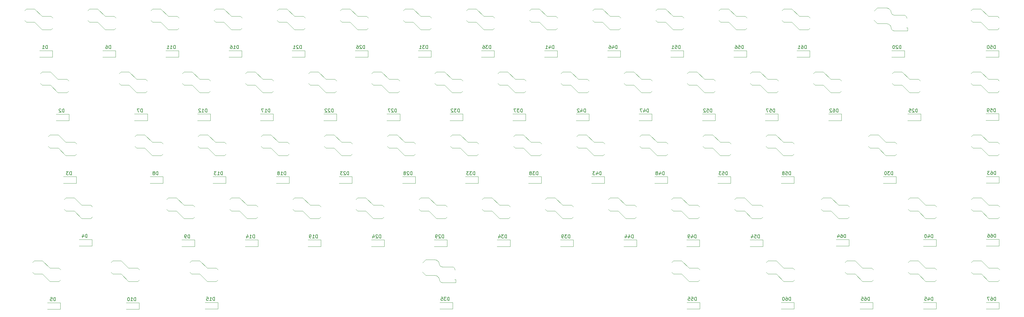
<source format=gbr>
%TF.GenerationSoftware,KiCad,Pcbnew,(6.0.1-0)*%
%TF.CreationDate,2022-09-18T11:43:05-04:00*%
%TF.ProjectId,keeb,6b656562-2e6b-4696-9361-645f70636258,rev?*%
%TF.SameCoordinates,Original*%
%TF.FileFunction,Legend,Bot*%
%TF.FilePolarity,Positive*%
%FSLAX46Y46*%
G04 Gerber Fmt 4.6, Leading zero omitted, Abs format (unit mm)*
G04 Created by KiCad (PCBNEW (6.0.1-0)) date 2022-09-18 11:43:05*
%MOMM*%
%LPD*%
G01*
G04 APERTURE LIST*
%ADD10C,0.150000*%
%ADD11C,0.120000*%
G04 APERTURE END LIST*
D10*
%TO.C,D1*%
X26238095Y98247619D02*
X26238095Y99247619D01*
X26000000Y99247619D01*
X25857142Y99200000D01*
X25761904Y99104761D01*
X25714285Y99009523D01*
X25666666Y98819047D01*
X25666666Y98676190D01*
X25714285Y98485714D01*
X25761904Y98390476D01*
X25857142Y98295238D01*
X26000000Y98247619D01*
X26238095Y98247619D01*
X24714285Y98247619D02*
X25285714Y98247619D01*
X25000000Y98247619D02*
X25000000Y99247619D01*
X25095238Y99104761D01*
X25190476Y99009523D01*
X25285714Y98961904D01*
%TO.C,D2*%
X31263095Y79022619D02*
X31263095Y80022619D01*
X31025000Y80022619D01*
X30882142Y79975000D01*
X30786904Y79879761D01*
X30739285Y79784523D01*
X30691666Y79594047D01*
X30691666Y79451190D01*
X30739285Y79260714D01*
X30786904Y79165476D01*
X30882142Y79070238D01*
X31025000Y79022619D01*
X31263095Y79022619D01*
X30310714Y79927380D02*
X30263095Y79975000D01*
X30167857Y80022619D01*
X29929761Y80022619D01*
X29834523Y79975000D01*
X29786904Y79927380D01*
X29739285Y79832142D01*
X29739285Y79736904D01*
X29786904Y79594047D01*
X30358333Y79022619D01*
X29739285Y79022619D01*
%TO.C,D3*%
X33488095Y60072619D02*
X33488095Y61072619D01*
X33250000Y61072619D01*
X33107142Y61025000D01*
X33011904Y60929761D01*
X32964285Y60834523D01*
X32916666Y60644047D01*
X32916666Y60501190D01*
X32964285Y60310714D01*
X33011904Y60215476D01*
X33107142Y60120238D01*
X33250000Y60072619D01*
X33488095Y60072619D01*
X32583333Y61072619D02*
X31964285Y61072619D01*
X32297619Y60691666D01*
X32154761Y60691666D01*
X32059523Y60644047D01*
X32011904Y60596428D01*
X31964285Y60501190D01*
X31964285Y60263095D01*
X32011904Y60167857D01*
X32059523Y60120238D01*
X32154761Y60072619D01*
X32440476Y60072619D01*
X32535714Y60120238D01*
X32583333Y60167857D01*
%TO.C,D4*%
X38213095Y41097619D02*
X38213095Y42097619D01*
X37975000Y42097619D01*
X37832142Y42050000D01*
X37736904Y41954761D01*
X37689285Y41859523D01*
X37641666Y41669047D01*
X37641666Y41526190D01*
X37689285Y41335714D01*
X37736904Y41240476D01*
X37832142Y41145238D01*
X37975000Y41097619D01*
X38213095Y41097619D01*
X36784523Y41764285D02*
X36784523Y41097619D01*
X37022619Y42145238D02*
X37260714Y41430952D01*
X36641666Y41430952D01*
%TO.C,D5*%
X28638095Y21947619D02*
X28638095Y22947619D01*
X28400000Y22947619D01*
X28257142Y22900000D01*
X28161904Y22804761D01*
X28114285Y22709523D01*
X28066666Y22519047D01*
X28066666Y22376190D01*
X28114285Y22185714D01*
X28161904Y22090476D01*
X28257142Y21995238D01*
X28400000Y21947619D01*
X28638095Y21947619D01*
X27161904Y22947619D02*
X27638095Y22947619D01*
X27685714Y22471428D01*
X27638095Y22519047D01*
X27542857Y22566666D01*
X27304761Y22566666D01*
X27209523Y22519047D01*
X27161904Y22471428D01*
X27114285Y22376190D01*
X27114285Y22138095D01*
X27161904Y22042857D01*
X27209523Y21995238D01*
X27304761Y21947619D01*
X27542857Y21947619D01*
X27638095Y21995238D01*
X27685714Y22042857D01*
%TO.C,D6*%
X45338095Y98247619D02*
X45338095Y99247619D01*
X45100000Y99247619D01*
X44957142Y99200000D01*
X44861904Y99104761D01*
X44814285Y99009523D01*
X44766666Y98819047D01*
X44766666Y98676190D01*
X44814285Y98485714D01*
X44861904Y98390476D01*
X44957142Y98295238D01*
X45100000Y98247619D01*
X45338095Y98247619D01*
X43909523Y99247619D02*
X44100000Y99247619D01*
X44195238Y99200000D01*
X44242857Y99152380D01*
X44338095Y99009523D01*
X44385714Y98819047D01*
X44385714Y98438095D01*
X44338095Y98342857D01*
X44290476Y98295238D01*
X44195238Y98247619D01*
X44004761Y98247619D01*
X43909523Y98295238D01*
X43861904Y98342857D01*
X43814285Y98438095D01*
X43814285Y98676190D01*
X43861904Y98771428D01*
X43909523Y98819047D01*
X44004761Y98866666D01*
X44195238Y98866666D01*
X44290476Y98819047D01*
X44338095Y98771428D01*
X44385714Y98676190D01*
%TO.C,D7*%
X54913095Y79072619D02*
X54913095Y80072619D01*
X54675000Y80072619D01*
X54532142Y80025000D01*
X54436904Y79929761D01*
X54389285Y79834523D01*
X54341666Y79644047D01*
X54341666Y79501190D01*
X54389285Y79310714D01*
X54436904Y79215476D01*
X54532142Y79120238D01*
X54675000Y79072619D01*
X54913095Y79072619D01*
X54008333Y80072619D02*
X53341666Y80072619D01*
X53770238Y79072619D01*
%TO.C,D8*%
X59613095Y60072619D02*
X59613095Y61072619D01*
X59375000Y61072619D01*
X59232142Y61025000D01*
X59136904Y60929761D01*
X59089285Y60834523D01*
X59041666Y60644047D01*
X59041666Y60501190D01*
X59089285Y60310714D01*
X59136904Y60215476D01*
X59232142Y60120238D01*
X59375000Y60072619D01*
X59613095Y60072619D01*
X58470238Y60644047D02*
X58565476Y60691666D01*
X58613095Y60739285D01*
X58660714Y60834523D01*
X58660714Y60882142D01*
X58613095Y60977380D01*
X58565476Y61025000D01*
X58470238Y61072619D01*
X58279761Y61072619D01*
X58184523Y61025000D01*
X58136904Y60977380D01*
X58089285Y60882142D01*
X58089285Y60834523D01*
X58136904Y60739285D01*
X58184523Y60691666D01*
X58279761Y60644047D01*
X58470238Y60644047D01*
X58565476Y60596428D01*
X58613095Y60548809D01*
X58660714Y60453571D01*
X58660714Y60263095D01*
X58613095Y60167857D01*
X58565476Y60120238D01*
X58470238Y60072619D01*
X58279761Y60072619D01*
X58184523Y60120238D01*
X58136904Y60167857D01*
X58089285Y60263095D01*
X58089285Y60453571D01*
X58136904Y60548809D01*
X58184523Y60596428D01*
X58279761Y60644047D01*
%TO.C,D9*%
X69188095Y40972619D02*
X69188095Y41972619D01*
X68950000Y41972619D01*
X68807142Y41925000D01*
X68711904Y41829761D01*
X68664285Y41734523D01*
X68616666Y41544047D01*
X68616666Y41401190D01*
X68664285Y41210714D01*
X68711904Y41115476D01*
X68807142Y41020238D01*
X68950000Y40972619D01*
X69188095Y40972619D01*
X68140476Y40972619D02*
X67950000Y40972619D01*
X67854761Y41020238D01*
X67807142Y41067857D01*
X67711904Y41210714D01*
X67664285Y41401190D01*
X67664285Y41782142D01*
X67711904Y41877380D01*
X67759523Y41925000D01*
X67854761Y41972619D01*
X68045238Y41972619D01*
X68140476Y41925000D01*
X68188095Y41877380D01*
X68235714Y41782142D01*
X68235714Y41544047D01*
X68188095Y41448809D01*
X68140476Y41401190D01*
X68045238Y41353571D01*
X67854761Y41353571D01*
X67759523Y41401190D01*
X67711904Y41448809D01*
X67664285Y41544047D01*
%TO.C,D10*%
X52914285Y21947619D02*
X52914285Y22947619D01*
X52676190Y22947619D01*
X52533333Y22900000D01*
X52438095Y22804761D01*
X52390476Y22709523D01*
X52342857Y22519047D01*
X52342857Y22376190D01*
X52390476Y22185714D01*
X52438095Y22090476D01*
X52533333Y21995238D01*
X52676190Y21947619D01*
X52914285Y21947619D01*
X51390476Y21947619D02*
X51961904Y21947619D01*
X51676190Y21947619D02*
X51676190Y22947619D01*
X51771428Y22804761D01*
X51866666Y22709523D01*
X51961904Y22661904D01*
X50771428Y22947619D02*
X50676190Y22947619D01*
X50580952Y22900000D01*
X50533333Y22852380D01*
X50485714Y22757142D01*
X50438095Y22566666D01*
X50438095Y22328571D01*
X50485714Y22138095D01*
X50533333Y22042857D01*
X50580952Y21995238D01*
X50676190Y21947619D01*
X50771428Y21947619D01*
X50866666Y21995238D01*
X50914285Y22042857D01*
X50961904Y22138095D01*
X51009523Y22328571D01*
X51009523Y22566666D01*
X50961904Y22757142D01*
X50914285Y22852380D01*
X50866666Y22900000D01*
X50771428Y22947619D01*
%TO.C,D11*%
X64814285Y98247619D02*
X64814285Y99247619D01*
X64576190Y99247619D01*
X64433333Y99200000D01*
X64338095Y99104761D01*
X64290476Y99009523D01*
X64242857Y98819047D01*
X64242857Y98676190D01*
X64290476Y98485714D01*
X64338095Y98390476D01*
X64433333Y98295238D01*
X64576190Y98247619D01*
X64814285Y98247619D01*
X63290476Y98247619D02*
X63861904Y98247619D01*
X63576190Y98247619D02*
X63576190Y99247619D01*
X63671428Y99104761D01*
X63766666Y99009523D01*
X63861904Y98961904D01*
X62338095Y98247619D02*
X62909523Y98247619D01*
X62623809Y98247619D02*
X62623809Y99247619D01*
X62719047Y99104761D01*
X62814285Y99009523D01*
X62909523Y98961904D01*
%TO.C,D12*%
X74389285Y79072619D02*
X74389285Y80072619D01*
X74151190Y80072619D01*
X74008333Y80025000D01*
X73913095Y79929761D01*
X73865476Y79834523D01*
X73817857Y79644047D01*
X73817857Y79501190D01*
X73865476Y79310714D01*
X73913095Y79215476D01*
X74008333Y79120238D01*
X74151190Y79072619D01*
X74389285Y79072619D01*
X72865476Y79072619D02*
X73436904Y79072619D01*
X73151190Y79072619D02*
X73151190Y80072619D01*
X73246428Y79929761D01*
X73341666Y79834523D01*
X73436904Y79786904D01*
X72484523Y79977380D02*
X72436904Y80025000D01*
X72341666Y80072619D01*
X72103571Y80072619D01*
X72008333Y80025000D01*
X71960714Y79977380D01*
X71913095Y79882142D01*
X71913095Y79786904D01*
X71960714Y79644047D01*
X72532142Y79072619D01*
X71913095Y79072619D01*
%TO.C,D13*%
X79089285Y60072619D02*
X79089285Y61072619D01*
X78851190Y61072619D01*
X78708333Y61025000D01*
X78613095Y60929761D01*
X78565476Y60834523D01*
X78517857Y60644047D01*
X78517857Y60501190D01*
X78565476Y60310714D01*
X78613095Y60215476D01*
X78708333Y60120238D01*
X78851190Y60072619D01*
X79089285Y60072619D01*
X77565476Y60072619D02*
X78136904Y60072619D01*
X77851190Y60072619D02*
X77851190Y61072619D01*
X77946428Y60929761D01*
X78041666Y60834523D01*
X78136904Y60786904D01*
X77232142Y61072619D02*
X76613095Y61072619D01*
X76946428Y60691666D01*
X76803571Y60691666D01*
X76708333Y60644047D01*
X76660714Y60596428D01*
X76613095Y60501190D01*
X76613095Y60263095D01*
X76660714Y60167857D01*
X76708333Y60120238D01*
X76803571Y60072619D01*
X77089285Y60072619D01*
X77184523Y60120238D01*
X77232142Y60167857D01*
%TO.C,D14*%
X88764285Y40972619D02*
X88764285Y41972619D01*
X88526190Y41972619D01*
X88383333Y41925000D01*
X88288095Y41829761D01*
X88240476Y41734523D01*
X88192857Y41544047D01*
X88192857Y41401190D01*
X88240476Y41210714D01*
X88288095Y41115476D01*
X88383333Y41020238D01*
X88526190Y40972619D01*
X88764285Y40972619D01*
X87240476Y40972619D02*
X87811904Y40972619D01*
X87526190Y40972619D02*
X87526190Y41972619D01*
X87621428Y41829761D01*
X87716666Y41734523D01*
X87811904Y41686904D01*
X86383333Y41639285D02*
X86383333Y40972619D01*
X86621428Y42020238D02*
X86859523Y41305952D01*
X86240476Y41305952D01*
%TO.C,D15*%
X76714285Y22047619D02*
X76714285Y23047619D01*
X76476190Y23047619D01*
X76333333Y23000000D01*
X76238095Y22904761D01*
X76190476Y22809523D01*
X76142857Y22619047D01*
X76142857Y22476190D01*
X76190476Y22285714D01*
X76238095Y22190476D01*
X76333333Y22095238D01*
X76476190Y22047619D01*
X76714285Y22047619D01*
X75190476Y22047619D02*
X75761904Y22047619D01*
X75476190Y22047619D02*
X75476190Y23047619D01*
X75571428Y22904761D01*
X75666666Y22809523D01*
X75761904Y22761904D01*
X74285714Y23047619D02*
X74761904Y23047619D01*
X74809523Y22571428D01*
X74761904Y22619047D01*
X74666666Y22666666D01*
X74428571Y22666666D01*
X74333333Y22619047D01*
X74285714Y22571428D01*
X74238095Y22476190D01*
X74238095Y22238095D01*
X74285714Y22142857D01*
X74333333Y22095238D01*
X74428571Y22047619D01*
X74666666Y22047619D01*
X74761904Y22095238D01*
X74809523Y22142857D01*
%TO.C,D16*%
X83914285Y98247619D02*
X83914285Y99247619D01*
X83676190Y99247619D01*
X83533333Y99200000D01*
X83438095Y99104761D01*
X83390476Y99009523D01*
X83342857Y98819047D01*
X83342857Y98676190D01*
X83390476Y98485714D01*
X83438095Y98390476D01*
X83533333Y98295238D01*
X83676190Y98247619D01*
X83914285Y98247619D01*
X82390476Y98247619D02*
X82961904Y98247619D01*
X82676190Y98247619D02*
X82676190Y99247619D01*
X82771428Y99104761D01*
X82866666Y99009523D01*
X82961904Y98961904D01*
X81533333Y99247619D02*
X81723809Y99247619D01*
X81819047Y99200000D01*
X81866666Y99152380D01*
X81961904Y99009523D01*
X82009523Y98819047D01*
X82009523Y98438095D01*
X81961904Y98342857D01*
X81914285Y98295238D01*
X81819047Y98247619D01*
X81628571Y98247619D01*
X81533333Y98295238D01*
X81485714Y98342857D01*
X81438095Y98438095D01*
X81438095Y98676190D01*
X81485714Y98771428D01*
X81533333Y98819047D01*
X81628571Y98866666D01*
X81819047Y98866666D01*
X81914285Y98819047D01*
X81961904Y98771428D01*
X82009523Y98676190D01*
%TO.C,D17*%
X93389285Y79072619D02*
X93389285Y80072619D01*
X93151190Y80072619D01*
X93008333Y80025000D01*
X92913095Y79929761D01*
X92865476Y79834523D01*
X92817857Y79644047D01*
X92817857Y79501190D01*
X92865476Y79310714D01*
X92913095Y79215476D01*
X93008333Y79120238D01*
X93151190Y79072619D01*
X93389285Y79072619D01*
X91865476Y79072619D02*
X92436904Y79072619D01*
X92151190Y79072619D02*
X92151190Y80072619D01*
X92246428Y79929761D01*
X92341666Y79834523D01*
X92436904Y79786904D01*
X91532142Y80072619D02*
X90865476Y80072619D01*
X91294047Y79072619D01*
%TO.C,D18*%
X98189285Y60072619D02*
X98189285Y61072619D01*
X97951190Y61072619D01*
X97808333Y61025000D01*
X97713095Y60929761D01*
X97665476Y60834523D01*
X97617857Y60644047D01*
X97617857Y60501190D01*
X97665476Y60310714D01*
X97713095Y60215476D01*
X97808333Y60120238D01*
X97951190Y60072619D01*
X98189285Y60072619D01*
X96665476Y60072619D02*
X97236904Y60072619D01*
X96951190Y60072619D02*
X96951190Y61072619D01*
X97046428Y60929761D01*
X97141666Y60834523D01*
X97236904Y60786904D01*
X96094047Y60644047D02*
X96189285Y60691666D01*
X96236904Y60739285D01*
X96284523Y60834523D01*
X96284523Y60882142D01*
X96236904Y60977380D01*
X96189285Y61025000D01*
X96094047Y61072619D01*
X95903571Y61072619D01*
X95808333Y61025000D01*
X95760714Y60977380D01*
X95713095Y60882142D01*
X95713095Y60834523D01*
X95760714Y60739285D01*
X95808333Y60691666D01*
X95903571Y60644047D01*
X96094047Y60644047D01*
X96189285Y60596428D01*
X96236904Y60548809D01*
X96284523Y60453571D01*
X96284523Y60263095D01*
X96236904Y60167857D01*
X96189285Y60120238D01*
X96094047Y60072619D01*
X95903571Y60072619D01*
X95808333Y60120238D01*
X95760714Y60167857D01*
X95713095Y60263095D01*
X95713095Y60453571D01*
X95760714Y60548809D01*
X95808333Y60596428D01*
X95903571Y60644047D01*
%TO.C,D19*%
X107764285Y40972619D02*
X107764285Y41972619D01*
X107526190Y41972619D01*
X107383333Y41925000D01*
X107288095Y41829761D01*
X107240476Y41734523D01*
X107192857Y41544047D01*
X107192857Y41401190D01*
X107240476Y41210714D01*
X107288095Y41115476D01*
X107383333Y41020238D01*
X107526190Y40972619D01*
X107764285Y40972619D01*
X106240476Y40972619D02*
X106811904Y40972619D01*
X106526190Y40972619D02*
X106526190Y41972619D01*
X106621428Y41829761D01*
X106716666Y41734523D01*
X106811904Y41686904D01*
X105764285Y40972619D02*
X105573809Y40972619D01*
X105478571Y41020238D01*
X105430952Y41067857D01*
X105335714Y41210714D01*
X105288095Y41401190D01*
X105288095Y41782142D01*
X105335714Y41877380D01*
X105383333Y41925000D01*
X105478571Y41972619D01*
X105669047Y41972619D01*
X105764285Y41925000D01*
X105811904Y41877380D01*
X105859523Y41782142D01*
X105859523Y41544047D01*
X105811904Y41448809D01*
X105764285Y41401190D01*
X105669047Y41353571D01*
X105478571Y41353571D01*
X105383333Y41401190D01*
X105335714Y41448809D01*
X105288095Y41544047D01*
%TO.C,D21*%
X102914285Y98247619D02*
X102914285Y99247619D01*
X102676190Y99247619D01*
X102533333Y99200000D01*
X102438095Y99104761D01*
X102390476Y99009523D01*
X102342857Y98819047D01*
X102342857Y98676190D01*
X102390476Y98485714D01*
X102438095Y98390476D01*
X102533333Y98295238D01*
X102676190Y98247619D01*
X102914285Y98247619D01*
X101961904Y99152380D02*
X101914285Y99200000D01*
X101819047Y99247619D01*
X101580952Y99247619D01*
X101485714Y99200000D01*
X101438095Y99152380D01*
X101390476Y99057142D01*
X101390476Y98961904D01*
X101438095Y98819047D01*
X102009523Y98247619D01*
X101390476Y98247619D01*
X100438095Y98247619D02*
X101009523Y98247619D01*
X100723809Y98247619D02*
X100723809Y99247619D01*
X100819047Y99104761D01*
X100914285Y99009523D01*
X101009523Y98961904D01*
%TO.C,D22*%
X112489285Y79072619D02*
X112489285Y80072619D01*
X112251190Y80072619D01*
X112108333Y80025000D01*
X112013095Y79929761D01*
X111965476Y79834523D01*
X111917857Y79644047D01*
X111917857Y79501190D01*
X111965476Y79310714D01*
X112013095Y79215476D01*
X112108333Y79120238D01*
X112251190Y79072619D01*
X112489285Y79072619D01*
X111536904Y79977380D02*
X111489285Y80025000D01*
X111394047Y80072619D01*
X111155952Y80072619D01*
X111060714Y80025000D01*
X111013095Y79977380D01*
X110965476Y79882142D01*
X110965476Y79786904D01*
X111013095Y79644047D01*
X111584523Y79072619D01*
X110965476Y79072619D01*
X110584523Y79977380D02*
X110536904Y80025000D01*
X110441666Y80072619D01*
X110203571Y80072619D01*
X110108333Y80025000D01*
X110060714Y79977380D01*
X110013095Y79882142D01*
X110013095Y79786904D01*
X110060714Y79644047D01*
X110632142Y79072619D01*
X110013095Y79072619D01*
%TO.C,D23*%
X117189285Y60072619D02*
X117189285Y61072619D01*
X116951190Y61072619D01*
X116808333Y61025000D01*
X116713095Y60929761D01*
X116665476Y60834523D01*
X116617857Y60644047D01*
X116617857Y60501190D01*
X116665476Y60310714D01*
X116713095Y60215476D01*
X116808333Y60120238D01*
X116951190Y60072619D01*
X117189285Y60072619D01*
X116236904Y60977380D02*
X116189285Y61025000D01*
X116094047Y61072619D01*
X115855952Y61072619D01*
X115760714Y61025000D01*
X115713095Y60977380D01*
X115665476Y60882142D01*
X115665476Y60786904D01*
X115713095Y60644047D01*
X116284523Y60072619D01*
X115665476Y60072619D01*
X115332142Y61072619D02*
X114713095Y61072619D01*
X115046428Y60691666D01*
X114903571Y60691666D01*
X114808333Y60644047D01*
X114760714Y60596428D01*
X114713095Y60501190D01*
X114713095Y60263095D01*
X114760714Y60167857D01*
X114808333Y60120238D01*
X114903571Y60072619D01*
X115189285Y60072619D01*
X115284523Y60120238D01*
X115332142Y60167857D01*
%TO.C,D24*%
X126864285Y40972619D02*
X126864285Y41972619D01*
X126626190Y41972619D01*
X126483333Y41925000D01*
X126388095Y41829761D01*
X126340476Y41734523D01*
X126292857Y41544047D01*
X126292857Y41401190D01*
X126340476Y41210714D01*
X126388095Y41115476D01*
X126483333Y41020238D01*
X126626190Y40972619D01*
X126864285Y40972619D01*
X125911904Y41877380D02*
X125864285Y41925000D01*
X125769047Y41972619D01*
X125530952Y41972619D01*
X125435714Y41925000D01*
X125388095Y41877380D01*
X125340476Y41782142D01*
X125340476Y41686904D01*
X125388095Y41544047D01*
X125959523Y40972619D01*
X125340476Y40972619D01*
X124483333Y41639285D02*
X124483333Y40972619D01*
X124721428Y42020238D02*
X124959523Y41305952D01*
X124340476Y41305952D01*
%TO.C,D26*%
X122014285Y98247619D02*
X122014285Y99247619D01*
X121776190Y99247619D01*
X121633333Y99200000D01*
X121538095Y99104761D01*
X121490476Y99009523D01*
X121442857Y98819047D01*
X121442857Y98676190D01*
X121490476Y98485714D01*
X121538095Y98390476D01*
X121633333Y98295238D01*
X121776190Y98247619D01*
X122014285Y98247619D01*
X121061904Y99152380D02*
X121014285Y99200000D01*
X120919047Y99247619D01*
X120680952Y99247619D01*
X120585714Y99200000D01*
X120538095Y99152380D01*
X120490476Y99057142D01*
X120490476Y98961904D01*
X120538095Y98819047D01*
X121109523Y98247619D01*
X120490476Y98247619D01*
X119633333Y99247619D02*
X119823809Y99247619D01*
X119919047Y99200000D01*
X119966666Y99152380D01*
X120061904Y99009523D01*
X120109523Y98819047D01*
X120109523Y98438095D01*
X120061904Y98342857D01*
X120014285Y98295238D01*
X119919047Y98247619D01*
X119728571Y98247619D01*
X119633333Y98295238D01*
X119585714Y98342857D01*
X119538095Y98438095D01*
X119538095Y98676190D01*
X119585714Y98771428D01*
X119633333Y98819047D01*
X119728571Y98866666D01*
X119919047Y98866666D01*
X120014285Y98819047D01*
X120061904Y98771428D01*
X120109523Y98676190D01*
%TO.C,D27*%
X131589285Y79072619D02*
X131589285Y80072619D01*
X131351190Y80072619D01*
X131208333Y80025000D01*
X131113095Y79929761D01*
X131065476Y79834523D01*
X131017857Y79644047D01*
X131017857Y79501190D01*
X131065476Y79310714D01*
X131113095Y79215476D01*
X131208333Y79120238D01*
X131351190Y79072619D01*
X131589285Y79072619D01*
X130636904Y79977380D02*
X130589285Y80025000D01*
X130494047Y80072619D01*
X130255952Y80072619D01*
X130160714Y80025000D01*
X130113095Y79977380D01*
X130065476Y79882142D01*
X130065476Y79786904D01*
X130113095Y79644047D01*
X130684523Y79072619D01*
X130065476Y79072619D01*
X129732142Y80072619D02*
X129065476Y80072619D01*
X129494047Y79072619D01*
%TO.C,D28*%
X136289285Y60072619D02*
X136289285Y61072619D01*
X136051190Y61072619D01*
X135908333Y61025000D01*
X135813095Y60929761D01*
X135765476Y60834523D01*
X135717857Y60644047D01*
X135717857Y60501190D01*
X135765476Y60310714D01*
X135813095Y60215476D01*
X135908333Y60120238D01*
X136051190Y60072619D01*
X136289285Y60072619D01*
X135336904Y60977380D02*
X135289285Y61025000D01*
X135194047Y61072619D01*
X134955952Y61072619D01*
X134860714Y61025000D01*
X134813095Y60977380D01*
X134765476Y60882142D01*
X134765476Y60786904D01*
X134813095Y60644047D01*
X135384523Y60072619D01*
X134765476Y60072619D01*
X134194047Y60644047D02*
X134289285Y60691666D01*
X134336904Y60739285D01*
X134384523Y60834523D01*
X134384523Y60882142D01*
X134336904Y60977380D01*
X134289285Y61025000D01*
X134194047Y61072619D01*
X134003571Y61072619D01*
X133908333Y61025000D01*
X133860714Y60977380D01*
X133813095Y60882142D01*
X133813095Y60834523D01*
X133860714Y60739285D01*
X133908333Y60691666D01*
X134003571Y60644047D01*
X134194047Y60644047D01*
X134289285Y60596428D01*
X134336904Y60548809D01*
X134384523Y60453571D01*
X134384523Y60263095D01*
X134336904Y60167857D01*
X134289285Y60120238D01*
X134194047Y60072619D01*
X134003571Y60072619D01*
X133908333Y60120238D01*
X133860714Y60167857D01*
X133813095Y60263095D01*
X133813095Y60453571D01*
X133860714Y60548809D01*
X133908333Y60596428D01*
X134003571Y60644047D01*
%TO.C,D29*%
X145864285Y40972619D02*
X145864285Y41972619D01*
X145626190Y41972619D01*
X145483333Y41925000D01*
X145388095Y41829761D01*
X145340476Y41734523D01*
X145292857Y41544047D01*
X145292857Y41401190D01*
X145340476Y41210714D01*
X145388095Y41115476D01*
X145483333Y41020238D01*
X145626190Y40972619D01*
X145864285Y40972619D01*
X144911904Y41877380D02*
X144864285Y41925000D01*
X144769047Y41972619D01*
X144530952Y41972619D01*
X144435714Y41925000D01*
X144388095Y41877380D01*
X144340476Y41782142D01*
X144340476Y41686904D01*
X144388095Y41544047D01*
X144959523Y40972619D01*
X144340476Y40972619D01*
X143864285Y40972619D02*
X143673809Y40972619D01*
X143578571Y41020238D01*
X143530952Y41067857D01*
X143435714Y41210714D01*
X143388095Y41401190D01*
X143388095Y41782142D01*
X143435714Y41877380D01*
X143483333Y41925000D01*
X143578571Y41972619D01*
X143769047Y41972619D01*
X143864285Y41925000D01*
X143911904Y41877380D01*
X143959523Y41782142D01*
X143959523Y41544047D01*
X143911904Y41448809D01*
X143864285Y41401190D01*
X143769047Y41353571D01*
X143578571Y41353571D01*
X143483333Y41401190D01*
X143435714Y41448809D01*
X143388095Y41544047D01*
%TO.C,D31*%
X141014285Y98247619D02*
X141014285Y99247619D01*
X140776190Y99247619D01*
X140633333Y99200000D01*
X140538095Y99104761D01*
X140490476Y99009523D01*
X140442857Y98819047D01*
X140442857Y98676190D01*
X140490476Y98485714D01*
X140538095Y98390476D01*
X140633333Y98295238D01*
X140776190Y98247619D01*
X141014285Y98247619D01*
X140109523Y99247619D02*
X139490476Y99247619D01*
X139823809Y98866666D01*
X139680952Y98866666D01*
X139585714Y98819047D01*
X139538095Y98771428D01*
X139490476Y98676190D01*
X139490476Y98438095D01*
X139538095Y98342857D01*
X139585714Y98295238D01*
X139680952Y98247619D01*
X139966666Y98247619D01*
X140061904Y98295238D01*
X140109523Y98342857D01*
X138538095Y98247619D02*
X139109523Y98247619D01*
X138823809Y98247619D02*
X138823809Y99247619D01*
X138919047Y99104761D01*
X139014285Y99009523D01*
X139109523Y98961904D01*
%TO.C,D32*%
X150589285Y79072619D02*
X150589285Y80072619D01*
X150351190Y80072619D01*
X150208333Y80025000D01*
X150113095Y79929761D01*
X150065476Y79834523D01*
X150017857Y79644047D01*
X150017857Y79501190D01*
X150065476Y79310714D01*
X150113095Y79215476D01*
X150208333Y79120238D01*
X150351190Y79072619D01*
X150589285Y79072619D01*
X149684523Y80072619D02*
X149065476Y80072619D01*
X149398809Y79691666D01*
X149255952Y79691666D01*
X149160714Y79644047D01*
X149113095Y79596428D01*
X149065476Y79501190D01*
X149065476Y79263095D01*
X149113095Y79167857D01*
X149160714Y79120238D01*
X149255952Y79072619D01*
X149541666Y79072619D01*
X149636904Y79120238D01*
X149684523Y79167857D01*
X148684523Y79977380D02*
X148636904Y80025000D01*
X148541666Y80072619D01*
X148303571Y80072619D01*
X148208333Y80025000D01*
X148160714Y79977380D01*
X148113095Y79882142D01*
X148113095Y79786904D01*
X148160714Y79644047D01*
X148732142Y79072619D01*
X148113095Y79072619D01*
%TO.C,D33*%
X155289285Y60072619D02*
X155289285Y61072619D01*
X155051190Y61072619D01*
X154908333Y61025000D01*
X154813095Y60929761D01*
X154765476Y60834523D01*
X154717857Y60644047D01*
X154717857Y60501190D01*
X154765476Y60310714D01*
X154813095Y60215476D01*
X154908333Y60120238D01*
X155051190Y60072619D01*
X155289285Y60072619D01*
X154384523Y61072619D02*
X153765476Y61072619D01*
X154098809Y60691666D01*
X153955952Y60691666D01*
X153860714Y60644047D01*
X153813095Y60596428D01*
X153765476Y60501190D01*
X153765476Y60263095D01*
X153813095Y60167857D01*
X153860714Y60120238D01*
X153955952Y60072619D01*
X154241666Y60072619D01*
X154336904Y60120238D01*
X154384523Y60167857D01*
X153432142Y61072619D02*
X152813095Y61072619D01*
X153146428Y60691666D01*
X153003571Y60691666D01*
X152908333Y60644047D01*
X152860714Y60596428D01*
X152813095Y60501190D01*
X152813095Y60263095D01*
X152860714Y60167857D01*
X152908333Y60120238D01*
X153003571Y60072619D01*
X153289285Y60072619D01*
X153384523Y60120238D01*
X153432142Y60167857D01*
%TO.C,D34*%
X164864285Y40972619D02*
X164864285Y41972619D01*
X164626190Y41972619D01*
X164483333Y41925000D01*
X164388095Y41829761D01*
X164340476Y41734523D01*
X164292857Y41544047D01*
X164292857Y41401190D01*
X164340476Y41210714D01*
X164388095Y41115476D01*
X164483333Y41020238D01*
X164626190Y40972619D01*
X164864285Y40972619D01*
X163959523Y41972619D02*
X163340476Y41972619D01*
X163673809Y41591666D01*
X163530952Y41591666D01*
X163435714Y41544047D01*
X163388095Y41496428D01*
X163340476Y41401190D01*
X163340476Y41163095D01*
X163388095Y41067857D01*
X163435714Y41020238D01*
X163530952Y40972619D01*
X163816666Y40972619D01*
X163911904Y41020238D01*
X163959523Y41067857D01*
X162483333Y41639285D02*
X162483333Y40972619D01*
X162721428Y42020238D02*
X162959523Y41305952D01*
X162340476Y41305952D01*
%TO.C,D35*%
X147514285Y22047619D02*
X147514285Y23047619D01*
X147276190Y23047619D01*
X147133333Y23000000D01*
X147038095Y22904761D01*
X146990476Y22809523D01*
X146942857Y22619047D01*
X146942857Y22476190D01*
X146990476Y22285714D01*
X147038095Y22190476D01*
X147133333Y22095238D01*
X147276190Y22047619D01*
X147514285Y22047619D01*
X146609523Y23047619D02*
X145990476Y23047619D01*
X146323809Y22666666D01*
X146180952Y22666666D01*
X146085714Y22619047D01*
X146038095Y22571428D01*
X145990476Y22476190D01*
X145990476Y22238095D01*
X146038095Y22142857D01*
X146085714Y22095238D01*
X146180952Y22047619D01*
X146466666Y22047619D01*
X146561904Y22095238D01*
X146609523Y22142857D01*
X145085714Y23047619D02*
X145561904Y23047619D01*
X145609523Y22571428D01*
X145561904Y22619047D01*
X145466666Y22666666D01*
X145228571Y22666666D01*
X145133333Y22619047D01*
X145085714Y22571428D01*
X145038095Y22476190D01*
X145038095Y22238095D01*
X145085714Y22142857D01*
X145133333Y22095238D01*
X145228571Y22047619D01*
X145466666Y22047619D01*
X145561904Y22095238D01*
X145609523Y22142857D01*
%TO.C,D36*%
X160114285Y98247619D02*
X160114285Y99247619D01*
X159876190Y99247619D01*
X159733333Y99200000D01*
X159638095Y99104761D01*
X159590476Y99009523D01*
X159542857Y98819047D01*
X159542857Y98676190D01*
X159590476Y98485714D01*
X159638095Y98390476D01*
X159733333Y98295238D01*
X159876190Y98247619D01*
X160114285Y98247619D01*
X159209523Y99247619D02*
X158590476Y99247619D01*
X158923809Y98866666D01*
X158780952Y98866666D01*
X158685714Y98819047D01*
X158638095Y98771428D01*
X158590476Y98676190D01*
X158590476Y98438095D01*
X158638095Y98342857D01*
X158685714Y98295238D01*
X158780952Y98247619D01*
X159066666Y98247619D01*
X159161904Y98295238D01*
X159209523Y98342857D01*
X157733333Y99247619D02*
X157923809Y99247619D01*
X158019047Y99200000D01*
X158066666Y99152380D01*
X158161904Y99009523D01*
X158209523Y98819047D01*
X158209523Y98438095D01*
X158161904Y98342857D01*
X158114285Y98295238D01*
X158019047Y98247619D01*
X157828571Y98247619D01*
X157733333Y98295238D01*
X157685714Y98342857D01*
X157638095Y98438095D01*
X157638095Y98676190D01*
X157685714Y98771428D01*
X157733333Y98819047D01*
X157828571Y98866666D01*
X158019047Y98866666D01*
X158114285Y98819047D01*
X158161904Y98771428D01*
X158209523Y98676190D01*
%TO.C,D37*%
X169589285Y79072619D02*
X169589285Y80072619D01*
X169351190Y80072619D01*
X169208333Y80025000D01*
X169113095Y79929761D01*
X169065476Y79834523D01*
X169017857Y79644047D01*
X169017857Y79501190D01*
X169065476Y79310714D01*
X169113095Y79215476D01*
X169208333Y79120238D01*
X169351190Y79072619D01*
X169589285Y79072619D01*
X168684523Y80072619D02*
X168065476Y80072619D01*
X168398809Y79691666D01*
X168255952Y79691666D01*
X168160714Y79644047D01*
X168113095Y79596428D01*
X168065476Y79501190D01*
X168065476Y79263095D01*
X168113095Y79167857D01*
X168160714Y79120238D01*
X168255952Y79072619D01*
X168541666Y79072619D01*
X168636904Y79120238D01*
X168684523Y79167857D01*
X167732142Y80072619D02*
X167065476Y80072619D01*
X167494047Y79072619D01*
%TO.C,D38*%
X174289285Y60072619D02*
X174289285Y61072619D01*
X174051190Y61072619D01*
X173908333Y61025000D01*
X173813095Y60929761D01*
X173765476Y60834523D01*
X173717857Y60644047D01*
X173717857Y60501190D01*
X173765476Y60310714D01*
X173813095Y60215476D01*
X173908333Y60120238D01*
X174051190Y60072619D01*
X174289285Y60072619D01*
X173384523Y61072619D02*
X172765476Y61072619D01*
X173098809Y60691666D01*
X172955952Y60691666D01*
X172860714Y60644047D01*
X172813095Y60596428D01*
X172765476Y60501190D01*
X172765476Y60263095D01*
X172813095Y60167857D01*
X172860714Y60120238D01*
X172955952Y60072619D01*
X173241666Y60072619D01*
X173336904Y60120238D01*
X173384523Y60167857D01*
X172194047Y60644047D02*
X172289285Y60691666D01*
X172336904Y60739285D01*
X172384523Y60834523D01*
X172384523Y60882142D01*
X172336904Y60977380D01*
X172289285Y61025000D01*
X172194047Y61072619D01*
X172003571Y61072619D01*
X171908333Y61025000D01*
X171860714Y60977380D01*
X171813095Y60882142D01*
X171813095Y60834523D01*
X171860714Y60739285D01*
X171908333Y60691666D01*
X172003571Y60644047D01*
X172194047Y60644047D01*
X172289285Y60596428D01*
X172336904Y60548809D01*
X172384523Y60453571D01*
X172384523Y60263095D01*
X172336904Y60167857D01*
X172289285Y60120238D01*
X172194047Y60072619D01*
X172003571Y60072619D01*
X171908333Y60120238D01*
X171860714Y60167857D01*
X171813095Y60263095D01*
X171813095Y60453571D01*
X171860714Y60548809D01*
X171908333Y60596428D01*
X172003571Y60644047D01*
%TO.C,D39*%
X183964285Y40972619D02*
X183964285Y41972619D01*
X183726190Y41972619D01*
X183583333Y41925000D01*
X183488095Y41829761D01*
X183440476Y41734523D01*
X183392857Y41544047D01*
X183392857Y41401190D01*
X183440476Y41210714D01*
X183488095Y41115476D01*
X183583333Y41020238D01*
X183726190Y40972619D01*
X183964285Y40972619D01*
X183059523Y41972619D02*
X182440476Y41972619D01*
X182773809Y41591666D01*
X182630952Y41591666D01*
X182535714Y41544047D01*
X182488095Y41496428D01*
X182440476Y41401190D01*
X182440476Y41163095D01*
X182488095Y41067857D01*
X182535714Y41020238D01*
X182630952Y40972619D01*
X182916666Y40972619D01*
X183011904Y41020238D01*
X183059523Y41067857D01*
X181964285Y40972619D02*
X181773809Y40972619D01*
X181678571Y41020238D01*
X181630952Y41067857D01*
X181535714Y41210714D01*
X181488095Y41401190D01*
X181488095Y41782142D01*
X181535714Y41877380D01*
X181583333Y41925000D01*
X181678571Y41972619D01*
X181869047Y41972619D01*
X181964285Y41925000D01*
X182011904Y41877380D01*
X182059523Y41782142D01*
X182059523Y41544047D01*
X182011904Y41448809D01*
X181964285Y41401190D01*
X181869047Y41353571D01*
X181678571Y41353571D01*
X181583333Y41401190D01*
X181535714Y41448809D01*
X181488095Y41544047D01*
%TO.C,D41*%
X179114285Y98247619D02*
X179114285Y99247619D01*
X178876190Y99247619D01*
X178733333Y99200000D01*
X178638095Y99104761D01*
X178590476Y99009523D01*
X178542857Y98819047D01*
X178542857Y98676190D01*
X178590476Y98485714D01*
X178638095Y98390476D01*
X178733333Y98295238D01*
X178876190Y98247619D01*
X179114285Y98247619D01*
X177685714Y98914285D02*
X177685714Y98247619D01*
X177923809Y99295238D02*
X178161904Y98580952D01*
X177542857Y98580952D01*
X176638095Y98247619D02*
X177209523Y98247619D01*
X176923809Y98247619D02*
X176923809Y99247619D01*
X177019047Y99104761D01*
X177114285Y99009523D01*
X177209523Y98961904D01*
%TO.C,D42*%
X188689285Y79072619D02*
X188689285Y80072619D01*
X188451190Y80072619D01*
X188308333Y80025000D01*
X188213095Y79929761D01*
X188165476Y79834523D01*
X188117857Y79644047D01*
X188117857Y79501190D01*
X188165476Y79310714D01*
X188213095Y79215476D01*
X188308333Y79120238D01*
X188451190Y79072619D01*
X188689285Y79072619D01*
X187260714Y79739285D02*
X187260714Y79072619D01*
X187498809Y80120238D02*
X187736904Y79405952D01*
X187117857Y79405952D01*
X186784523Y79977380D02*
X186736904Y80025000D01*
X186641666Y80072619D01*
X186403571Y80072619D01*
X186308333Y80025000D01*
X186260714Y79977380D01*
X186213095Y79882142D01*
X186213095Y79786904D01*
X186260714Y79644047D01*
X186832142Y79072619D01*
X186213095Y79072619D01*
%TO.C,D43*%
X193389285Y60072619D02*
X193389285Y61072619D01*
X193151190Y61072619D01*
X193008333Y61025000D01*
X192913095Y60929761D01*
X192865476Y60834523D01*
X192817857Y60644047D01*
X192817857Y60501190D01*
X192865476Y60310714D01*
X192913095Y60215476D01*
X193008333Y60120238D01*
X193151190Y60072619D01*
X193389285Y60072619D01*
X191960714Y60739285D02*
X191960714Y60072619D01*
X192198809Y61120238D02*
X192436904Y60405952D01*
X191817857Y60405952D01*
X191532142Y61072619D02*
X190913095Y61072619D01*
X191246428Y60691666D01*
X191103571Y60691666D01*
X191008333Y60644047D01*
X190960714Y60596428D01*
X190913095Y60501190D01*
X190913095Y60263095D01*
X190960714Y60167857D01*
X191008333Y60120238D01*
X191103571Y60072619D01*
X191389285Y60072619D01*
X191484523Y60120238D01*
X191532142Y60167857D01*
%TO.C,D44*%
X203064285Y40972619D02*
X203064285Y41972619D01*
X202826190Y41972619D01*
X202683333Y41925000D01*
X202588095Y41829761D01*
X202540476Y41734523D01*
X202492857Y41544047D01*
X202492857Y41401190D01*
X202540476Y41210714D01*
X202588095Y41115476D01*
X202683333Y41020238D01*
X202826190Y40972619D01*
X203064285Y40972619D01*
X201635714Y41639285D02*
X201635714Y40972619D01*
X201873809Y42020238D02*
X202111904Y41305952D01*
X201492857Y41305952D01*
X200683333Y41639285D02*
X200683333Y40972619D01*
X200921428Y42020238D02*
X201159523Y41305952D01*
X200540476Y41305952D01*
%TO.C,D46*%
X198214285Y98247619D02*
X198214285Y99247619D01*
X197976190Y99247619D01*
X197833333Y99200000D01*
X197738095Y99104761D01*
X197690476Y99009523D01*
X197642857Y98819047D01*
X197642857Y98676190D01*
X197690476Y98485714D01*
X197738095Y98390476D01*
X197833333Y98295238D01*
X197976190Y98247619D01*
X198214285Y98247619D01*
X196785714Y98914285D02*
X196785714Y98247619D01*
X197023809Y99295238D02*
X197261904Y98580952D01*
X196642857Y98580952D01*
X195833333Y99247619D02*
X196023809Y99247619D01*
X196119047Y99200000D01*
X196166666Y99152380D01*
X196261904Y99009523D01*
X196309523Y98819047D01*
X196309523Y98438095D01*
X196261904Y98342857D01*
X196214285Y98295238D01*
X196119047Y98247619D01*
X195928571Y98247619D01*
X195833333Y98295238D01*
X195785714Y98342857D01*
X195738095Y98438095D01*
X195738095Y98676190D01*
X195785714Y98771428D01*
X195833333Y98819047D01*
X195928571Y98866666D01*
X196119047Y98866666D01*
X196214285Y98819047D01*
X196261904Y98771428D01*
X196309523Y98676190D01*
%TO.C,D47*%
X207689285Y79072619D02*
X207689285Y80072619D01*
X207451190Y80072619D01*
X207308333Y80025000D01*
X207213095Y79929761D01*
X207165476Y79834523D01*
X207117857Y79644047D01*
X207117857Y79501190D01*
X207165476Y79310714D01*
X207213095Y79215476D01*
X207308333Y79120238D01*
X207451190Y79072619D01*
X207689285Y79072619D01*
X206260714Y79739285D02*
X206260714Y79072619D01*
X206498809Y80120238D02*
X206736904Y79405952D01*
X206117857Y79405952D01*
X205832142Y80072619D02*
X205165476Y80072619D01*
X205594047Y79072619D01*
%TO.C,D48*%
X212389285Y60072619D02*
X212389285Y61072619D01*
X212151190Y61072619D01*
X212008333Y61025000D01*
X211913095Y60929761D01*
X211865476Y60834523D01*
X211817857Y60644047D01*
X211817857Y60501190D01*
X211865476Y60310714D01*
X211913095Y60215476D01*
X212008333Y60120238D01*
X212151190Y60072619D01*
X212389285Y60072619D01*
X210960714Y60739285D02*
X210960714Y60072619D01*
X211198809Y61120238D02*
X211436904Y60405952D01*
X210817857Y60405952D01*
X210294047Y60644047D02*
X210389285Y60691666D01*
X210436904Y60739285D01*
X210484523Y60834523D01*
X210484523Y60882142D01*
X210436904Y60977380D01*
X210389285Y61025000D01*
X210294047Y61072619D01*
X210103571Y61072619D01*
X210008333Y61025000D01*
X209960714Y60977380D01*
X209913095Y60882142D01*
X209913095Y60834523D01*
X209960714Y60739285D01*
X210008333Y60691666D01*
X210103571Y60644047D01*
X210294047Y60644047D01*
X210389285Y60596428D01*
X210436904Y60548809D01*
X210484523Y60453571D01*
X210484523Y60263095D01*
X210436904Y60167857D01*
X210389285Y60120238D01*
X210294047Y60072619D01*
X210103571Y60072619D01*
X210008333Y60120238D01*
X209960714Y60167857D01*
X209913095Y60263095D01*
X209913095Y60453571D01*
X209960714Y60548809D01*
X210008333Y60596428D01*
X210103571Y60644047D01*
%TO.C,D49*%
X222064285Y40972619D02*
X222064285Y41972619D01*
X221826190Y41972619D01*
X221683333Y41925000D01*
X221588095Y41829761D01*
X221540476Y41734523D01*
X221492857Y41544047D01*
X221492857Y41401190D01*
X221540476Y41210714D01*
X221588095Y41115476D01*
X221683333Y41020238D01*
X221826190Y40972619D01*
X222064285Y40972619D01*
X220635714Y41639285D02*
X220635714Y40972619D01*
X220873809Y42020238D02*
X221111904Y41305952D01*
X220492857Y41305952D01*
X220064285Y40972619D02*
X219873809Y40972619D01*
X219778571Y41020238D01*
X219730952Y41067857D01*
X219635714Y41210714D01*
X219588095Y41401190D01*
X219588095Y41782142D01*
X219635714Y41877380D01*
X219683333Y41925000D01*
X219778571Y41972619D01*
X219969047Y41972619D01*
X220064285Y41925000D01*
X220111904Y41877380D01*
X220159523Y41782142D01*
X220159523Y41544047D01*
X220111904Y41448809D01*
X220064285Y41401190D01*
X219969047Y41353571D01*
X219778571Y41353571D01*
X219683333Y41401190D01*
X219635714Y41448809D01*
X219588095Y41544047D01*
%TO.C,D51*%
X217214285Y98247619D02*
X217214285Y99247619D01*
X216976190Y99247619D01*
X216833333Y99200000D01*
X216738095Y99104761D01*
X216690476Y99009523D01*
X216642857Y98819047D01*
X216642857Y98676190D01*
X216690476Y98485714D01*
X216738095Y98390476D01*
X216833333Y98295238D01*
X216976190Y98247619D01*
X217214285Y98247619D01*
X215738095Y99247619D02*
X216214285Y99247619D01*
X216261904Y98771428D01*
X216214285Y98819047D01*
X216119047Y98866666D01*
X215880952Y98866666D01*
X215785714Y98819047D01*
X215738095Y98771428D01*
X215690476Y98676190D01*
X215690476Y98438095D01*
X215738095Y98342857D01*
X215785714Y98295238D01*
X215880952Y98247619D01*
X216119047Y98247619D01*
X216214285Y98295238D01*
X216261904Y98342857D01*
X214738095Y98247619D02*
X215309523Y98247619D01*
X215023809Y98247619D02*
X215023809Y99247619D01*
X215119047Y99104761D01*
X215214285Y99009523D01*
X215309523Y98961904D01*
%TO.C,D52*%
X226789285Y79072619D02*
X226789285Y80072619D01*
X226551190Y80072619D01*
X226408333Y80025000D01*
X226313095Y79929761D01*
X226265476Y79834523D01*
X226217857Y79644047D01*
X226217857Y79501190D01*
X226265476Y79310714D01*
X226313095Y79215476D01*
X226408333Y79120238D01*
X226551190Y79072619D01*
X226789285Y79072619D01*
X225313095Y80072619D02*
X225789285Y80072619D01*
X225836904Y79596428D01*
X225789285Y79644047D01*
X225694047Y79691666D01*
X225455952Y79691666D01*
X225360714Y79644047D01*
X225313095Y79596428D01*
X225265476Y79501190D01*
X225265476Y79263095D01*
X225313095Y79167857D01*
X225360714Y79120238D01*
X225455952Y79072619D01*
X225694047Y79072619D01*
X225789285Y79120238D01*
X225836904Y79167857D01*
X224884523Y79977380D02*
X224836904Y80025000D01*
X224741666Y80072619D01*
X224503571Y80072619D01*
X224408333Y80025000D01*
X224360714Y79977380D01*
X224313095Y79882142D01*
X224313095Y79786904D01*
X224360714Y79644047D01*
X224932142Y79072619D01*
X224313095Y79072619D01*
%TO.C,D53*%
X231489285Y60072619D02*
X231489285Y61072619D01*
X231251190Y61072619D01*
X231108333Y61025000D01*
X231013095Y60929761D01*
X230965476Y60834523D01*
X230917857Y60644047D01*
X230917857Y60501190D01*
X230965476Y60310714D01*
X231013095Y60215476D01*
X231108333Y60120238D01*
X231251190Y60072619D01*
X231489285Y60072619D01*
X230013095Y61072619D02*
X230489285Y61072619D01*
X230536904Y60596428D01*
X230489285Y60644047D01*
X230394047Y60691666D01*
X230155952Y60691666D01*
X230060714Y60644047D01*
X230013095Y60596428D01*
X229965476Y60501190D01*
X229965476Y60263095D01*
X230013095Y60167857D01*
X230060714Y60120238D01*
X230155952Y60072619D01*
X230394047Y60072619D01*
X230489285Y60120238D01*
X230536904Y60167857D01*
X229632142Y61072619D02*
X229013095Y61072619D01*
X229346428Y60691666D01*
X229203571Y60691666D01*
X229108333Y60644047D01*
X229060714Y60596428D01*
X229013095Y60501190D01*
X229013095Y60263095D01*
X229060714Y60167857D01*
X229108333Y60120238D01*
X229203571Y60072619D01*
X229489285Y60072619D01*
X229584523Y60120238D01*
X229632142Y60167857D01*
%TO.C,D54*%
X241164285Y40972619D02*
X241164285Y41972619D01*
X240926190Y41972619D01*
X240783333Y41925000D01*
X240688095Y41829761D01*
X240640476Y41734523D01*
X240592857Y41544047D01*
X240592857Y41401190D01*
X240640476Y41210714D01*
X240688095Y41115476D01*
X240783333Y41020238D01*
X240926190Y40972619D01*
X241164285Y40972619D01*
X239688095Y41972619D02*
X240164285Y41972619D01*
X240211904Y41496428D01*
X240164285Y41544047D01*
X240069047Y41591666D01*
X239830952Y41591666D01*
X239735714Y41544047D01*
X239688095Y41496428D01*
X239640476Y41401190D01*
X239640476Y41163095D01*
X239688095Y41067857D01*
X239735714Y41020238D01*
X239830952Y40972619D01*
X240069047Y40972619D01*
X240164285Y41020238D01*
X240211904Y41067857D01*
X238783333Y41639285D02*
X238783333Y40972619D01*
X239021428Y42020238D02*
X239259523Y41305952D01*
X238640476Y41305952D01*
%TO.C,D55*%
X222114285Y22047619D02*
X222114285Y23047619D01*
X221876190Y23047619D01*
X221733333Y23000000D01*
X221638095Y22904761D01*
X221590476Y22809523D01*
X221542857Y22619047D01*
X221542857Y22476190D01*
X221590476Y22285714D01*
X221638095Y22190476D01*
X221733333Y22095238D01*
X221876190Y22047619D01*
X222114285Y22047619D01*
X220638095Y23047619D02*
X221114285Y23047619D01*
X221161904Y22571428D01*
X221114285Y22619047D01*
X221019047Y22666666D01*
X220780952Y22666666D01*
X220685714Y22619047D01*
X220638095Y22571428D01*
X220590476Y22476190D01*
X220590476Y22238095D01*
X220638095Y22142857D01*
X220685714Y22095238D01*
X220780952Y22047619D01*
X221019047Y22047619D01*
X221114285Y22095238D01*
X221161904Y22142857D01*
X219685714Y23047619D02*
X220161904Y23047619D01*
X220209523Y22571428D01*
X220161904Y22619047D01*
X220066666Y22666666D01*
X219828571Y22666666D01*
X219733333Y22619047D01*
X219685714Y22571428D01*
X219638095Y22476190D01*
X219638095Y22238095D01*
X219685714Y22142857D01*
X219733333Y22095238D01*
X219828571Y22047619D01*
X220066666Y22047619D01*
X220161904Y22095238D01*
X220209523Y22142857D01*
%TO.C,D56*%
X236314285Y98247619D02*
X236314285Y99247619D01*
X236076190Y99247619D01*
X235933333Y99200000D01*
X235838095Y99104761D01*
X235790476Y99009523D01*
X235742857Y98819047D01*
X235742857Y98676190D01*
X235790476Y98485714D01*
X235838095Y98390476D01*
X235933333Y98295238D01*
X236076190Y98247619D01*
X236314285Y98247619D01*
X234838095Y99247619D02*
X235314285Y99247619D01*
X235361904Y98771428D01*
X235314285Y98819047D01*
X235219047Y98866666D01*
X234980952Y98866666D01*
X234885714Y98819047D01*
X234838095Y98771428D01*
X234790476Y98676190D01*
X234790476Y98438095D01*
X234838095Y98342857D01*
X234885714Y98295238D01*
X234980952Y98247619D01*
X235219047Y98247619D01*
X235314285Y98295238D01*
X235361904Y98342857D01*
X233933333Y99247619D02*
X234123809Y99247619D01*
X234219047Y99200000D01*
X234266666Y99152380D01*
X234361904Y99009523D01*
X234409523Y98819047D01*
X234409523Y98438095D01*
X234361904Y98342857D01*
X234314285Y98295238D01*
X234219047Y98247619D01*
X234028571Y98247619D01*
X233933333Y98295238D01*
X233885714Y98342857D01*
X233838095Y98438095D01*
X233838095Y98676190D01*
X233885714Y98771428D01*
X233933333Y98819047D01*
X234028571Y98866666D01*
X234219047Y98866666D01*
X234314285Y98819047D01*
X234361904Y98771428D01*
X234409523Y98676190D01*
%TO.C,D57*%
X245789285Y79072619D02*
X245789285Y80072619D01*
X245551190Y80072619D01*
X245408333Y80025000D01*
X245313095Y79929761D01*
X245265476Y79834523D01*
X245217857Y79644047D01*
X245217857Y79501190D01*
X245265476Y79310714D01*
X245313095Y79215476D01*
X245408333Y79120238D01*
X245551190Y79072619D01*
X245789285Y79072619D01*
X244313095Y80072619D02*
X244789285Y80072619D01*
X244836904Y79596428D01*
X244789285Y79644047D01*
X244694047Y79691666D01*
X244455952Y79691666D01*
X244360714Y79644047D01*
X244313095Y79596428D01*
X244265476Y79501190D01*
X244265476Y79263095D01*
X244313095Y79167857D01*
X244360714Y79120238D01*
X244455952Y79072619D01*
X244694047Y79072619D01*
X244789285Y79120238D01*
X244836904Y79167857D01*
X243932142Y80072619D02*
X243265476Y80072619D01*
X243694047Y79072619D01*
%TO.C,D58*%
X250589285Y60072619D02*
X250589285Y61072619D01*
X250351190Y61072619D01*
X250208333Y61025000D01*
X250113095Y60929761D01*
X250065476Y60834523D01*
X250017857Y60644047D01*
X250017857Y60501190D01*
X250065476Y60310714D01*
X250113095Y60215476D01*
X250208333Y60120238D01*
X250351190Y60072619D01*
X250589285Y60072619D01*
X249113095Y61072619D02*
X249589285Y61072619D01*
X249636904Y60596428D01*
X249589285Y60644047D01*
X249494047Y60691666D01*
X249255952Y60691666D01*
X249160714Y60644047D01*
X249113095Y60596428D01*
X249065476Y60501190D01*
X249065476Y60263095D01*
X249113095Y60167857D01*
X249160714Y60120238D01*
X249255952Y60072619D01*
X249494047Y60072619D01*
X249589285Y60120238D01*
X249636904Y60167857D01*
X248494047Y60644047D02*
X248589285Y60691666D01*
X248636904Y60739285D01*
X248684523Y60834523D01*
X248684523Y60882142D01*
X248636904Y60977380D01*
X248589285Y61025000D01*
X248494047Y61072619D01*
X248303571Y61072619D01*
X248208333Y61025000D01*
X248160714Y60977380D01*
X248113095Y60882142D01*
X248113095Y60834523D01*
X248160714Y60739285D01*
X248208333Y60691666D01*
X248303571Y60644047D01*
X248494047Y60644047D01*
X248589285Y60596428D01*
X248636904Y60548809D01*
X248684523Y60453571D01*
X248684523Y60263095D01*
X248636904Y60167857D01*
X248589285Y60120238D01*
X248494047Y60072619D01*
X248303571Y60072619D01*
X248208333Y60120238D01*
X248160714Y60167857D01*
X248113095Y60263095D01*
X248113095Y60453571D01*
X248160714Y60548809D01*
X248208333Y60596428D01*
X248303571Y60644047D01*
%TO.C,D60*%
X250614285Y22047619D02*
X250614285Y23047619D01*
X250376190Y23047619D01*
X250233333Y23000000D01*
X250138095Y22904761D01*
X250090476Y22809523D01*
X250042857Y22619047D01*
X250042857Y22476190D01*
X250090476Y22285714D01*
X250138095Y22190476D01*
X250233333Y22095238D01*
X250376190Y22047619D01*
X250614285Y22047619D01*
X249185714Y23047619D02*
X249376190Y23047619D01*
X249471428Y23000000D01*
X249519047Y22952380D01*
X249614285Y22809523D01*
X249661904Y22619047D01*
X249661904Y22238095D01*
X249614285Y22142857D01*
X249566666Y22095238D01*
X249471428Y22047619D01*
X249280952Y22047619D01*
X249185714Y22095238D01*
X249138095Y22142857D01*
X249090476Y22238095D01*
X249090476Y22476190D01*
X249138095Y22571428D01*
X249185714Y22619047D01*
X249280952Y22666666D01*
X249471428Y22666666D01*
X249566666Y22619047D01*
X249614285Y22571428D01*
X249661904Y22476190D01*
X248471428Y23047619D02*
X248376190Y23047619D01*
X248280952Y23000000D01*
X248233333Y22952380D01*
X248185714Y22857142D01*
X248138095Y22666666D01*
X248138095Y22428571D01*
X248185714Y22238095D01*
X248233333Y22142857D01*
X248280952Y22095238D01*
X248376190Y22047619D01*
X248471428Y22047619D01*
X248566666Y22095238D01*
X248614285Y22142857D01*
X248661904Y22238095D01*
X248709523Y22428571D01*
X248709523Y22666666D01*
X248661904Y22857142D01*
X248614285Y22952380D01*
X248566666Y23000000D01*
X248471428Y23047619D01*
%TO.C,D61*%
X255314285Y98247619D02*
X255314285Y99247619D01*
X255076190Y99247619D01*
X254933333Y99200000D01*
X254838095Y99104761D01*
X254790476Y99009523D01*
X254742857Y98819047D01*
X254742857Y98676190D01*
X254790476Y98485714D01*
X254838095Y98390476D01*
X254933333Y98295238D01*
X255076190Y98247619D01*
X255314285Y98247619D01*
X253885714Y99247619D02*
X254076190Y99247619D01*
X254171428Y99200000D01*
X254219047Y99152380D01*
X254314285Y99009523D01*
X254361904Y98819047D01*
X254361904Y98438095D01*
X254314285Y98342857D01*
X254266666Y98295238D01*
X254171428Y98247619D01*
X253980952Y98247619D01*
X253885714Y98295238D01*
X253838095Y98342857D01*
X253790476Y98438095D01*
X253790476Y98676190D01*
X253838095Y98771428D01*
X253885714Y98819047D01*
X253980952Y98866666D01*
X254171428Y98866666D01*
X254266666Y98819047D01*
X254314285Y98771428D01*
X254361904Y98676190D01*
X252838095Y98247619D02*
X253409523Y98247619D01*
X253123809Y98247619D02*
X253123809Y99247619D01*
X253219047Y99104761D01*
X253314285Y99009523D01*
X253409523Y98961904D01*
%TO.C,D62*%
X264889285Y79072619D02*
X264889285Y80072619D01*
X264651190Y80072619D01*
X264508333Y80025000D01*
X264413095Y79929761D01*
X264365476Y79834523D01*
X264317857Y79644047D01*
X264317857Y79501190D01*
X264365476Y79310714D01*
X264413095Y79215476D01*
X264508333Y79120238D01*
X264651190Y79072619D01*
X264889285Y79072619D01*
X263460714Y80072619D02*
X263651190Y80072619D01*
X263746428Y80025000D01*
X263794047Y79977380D01*
X263889285Y79834523D01*
X263936904Y79644047D01*
X263936904Y79263095D01*
X263889285Y79167857D01*
X263841666Y79120238D01*
X263746428Y79072619D01*
X263555952Y79072619D01*
X263460714Y79120238D01*
X263413095Y79167857D01*
X263365476Y79263095D01*
X263365476Y79501190D01*
X263413095Y79596428D01*
X263460714Y79644047D01*
X263555952Y79691666D01*
X263746428Y79691666D01*
X263841666Y79644047D01*
X263889285Y79596428D01*
X263936904Y79501190D01*
X262984523Y79977380D02*
X262936904Y80025000D01*
X262841666Y80072619D01*
X262603571Y80072619D01*
X262508333Y80025000D01*
X262460714Y79977380D01*
X262413095Y79882142D01*
X262413095Y79786904D01*
X262460714Y79644047D01*
X263032142Y79072619D01*
X262413095Y79072619D01*
%TO.C,D64*%
X267214285Y41072619D02*
X267214285Y42072619D01*
X266976190Y42072619D01*
X266833333Y42025000D01*
X266738095Y41929761D01*
X266690476Y41834523D01*
X266642857Y41644047D01*
X266642857Y41501190D01*
X266690476Y41310714D01*
X266738095Y41215476D01*
X266833333Y41120238D01*
X266976190Y41072619D01*
X267214285Y41072619D01*
X265785714Y42072619D02*
X265976190Y42072619D01*
X266071428Y42025000D01*
X266119047Y41977380D01*
X266214285Y41834523D01*
X266261904Y41644047D01*
X266261904Y41263095D01*
X266214285Y41167857D01*
X266166666Y41120238D01*
X266071428Y41072619D01*
X265880952Y41072619D01*
X265785714Y41120238D01*
X265738095Y41167857D01*
X265690476Y41263095D01*
X265690476Y41501190D01*
X265738095Y41596428D01*
X265785714Y41644047D01*
X265880952Y41691666D01*
X266071428Y41691666D01*
X266166666Y41644047D01*
X266214285Y41596428D01*
X266261904Y41501190D01*
X264833333Y41739285D02*
X264833333Y41072619D01*
X265071428Y42120238D02*
X265309523Y41405952D01*
X264690476Y41405952D01*
%TO.C,D65*%
X274414285Y22047619D02*
X274414285Y23047619D01*
X274176190Y23047619D01*
X274033333Y23000000D01*
X273938095Y22904761D01*
X273890476Y22809523D01*
X273842857Y22619047D01*
X273842857Y22476190D01*
X273890476Y22285714D01*
X273938095Y22190476D01*
X274033333Y22095238D01*
X274176190Y22047619D01*
X274414285Y22047619D01*
X272985714Y23047619D02*
X273176190Y23047619D01*
X273271428Y23000000D01*
X273319047Y22952380D01*
X273414285Y22809523D01*
X273461904Y22619047D01*
X273461904Y22238095D01*
X273414285Y22142857D01*
X273366666Y22095238D01*
X273271428Y22047619D01*
X273080952Y22047619D01*
X272985714Y22095238D01*
X272938095Y22142857D01*
X272890476Y22238095D01*
X272890476Y22476190D01*
X272938095Y22571428D01*
X272985714Y22619047D01*
X273080952Y22666666D01*
X273271428Y22666666D01*
X273366666Y22619047D01*
X273414285Y22571428D01*
X273461904Y22476190D01*
X271985714Y23047619D02*
X272461904Y23047619D01*
X272509523Y22571428D01*
X272461904Y22619047D01*
X272366666Y22666666D01*
X272128571Y22666666D01*
X272033333Y22619047D01*
X271985714Y22571428D01*
X271938095Y22476190D01*
X271938095Y22238095D01*
X271985714Y22142857D01*
X272033333Y22095238D01*
X272128571Y22047619D01*
X272366666Y22047619D01*
X272461904Y22095238D01*
X272509523Y22142857D01*
%TO.C,D20*%
X283914285Y98247619D02*
X283914285Y99247619D01*
X283676190Y99247619D01*
X283533333Y99200000D01*
X283438095Y99104761D01*
X283390476Y99009523D01*
X283342857Y98819047D01*
X283342857Y98676190D01*
X283390476Y98485714D01*
X283438095Y98390476D01*
X283533333Y98295238D01*
X283676190Y98247619D01*
X283914285Y98247619D01*
X282961904Y99152380D02*
X282914285Y99200000D01*
X282819047Y99247619D01*
X282580952Y99247619D01*
X282485714Y99200000D01*
X282438095Y99152380D01*
X282390476Y99057142D01*
X282390476Y98961904D01*
X282438095Y98819047D01*
X283009523Y98247619D01*
X282390476Y98247619D01*
X281771428Y99247619D02*
X281676190Y99247619D01*
X281580952Y99200000D01*
X281533333Y99152380D01*
X281485714Y99057142D01*
X281438095Y98866666D01*
X281438095Y98628571D01*
X281485714Y98438095D01*
X281533333Y98342857D01*
X281580952Y98295238D01*
X281676190Y98247619D01*
X281771428Y98247619D01*
X281866666Y98295238D01*
X281914285Y98342857D01*
X281961904Y98438095D01*
X282009523Y98628571D01*
X282009523Y98866666D01*
X281961904Y99057142D01*
X281914285Y99152380D01*
X281866666Y99200000D01*
X281771428Y99247619D01*
%TO.C,D25*%
X288814285Y79047619D02*
X288814285Y80047619D01*
X288576190Y80047619D01*
X288433333Y80000000D01*
X288338095Y79904761D01*
X288290476Y79809523D01*
X288242857Y79619047D01*
X288242857Y79476190D01*
X288290476Y79285714D01*
X288338095Y79190476D01*
X288433333Y79095238D01*
X288576190Y79047619D01*
X288814285Y79047619D01*
X287861904Y79952380D02*
X287814285Y80000000D01*
X287719047Y80047619D01*
X287480952Y80047619D01*
X287385714Y80000000D01*
X287338095Y79952380D01*
X287290476Y79857142D01*
X287290476Y79761904D01*
X287338095Y79619047D01*
X287909523Y79047619D01*
X287290476Y79047619D01*
X286385714Y80047619D02*
X286861904Y80047619D01*
X286909523Y79571428D01*
X286861904Y79619047D01*
X286766666Y79666666D01*
X286528571Y79666666D01*
X286433333Y79619047D01*
X286385714Y79571428D01*
X286338095Y79476190D01*
X286338095Y79238095D01*
X286385714Y79142857D01*
X286433333Y79095238D01*
X286528571Y79047619D01*
X286766666Y79047619D01*
X286861904Y79095238D01*
X286909523Y79142857D01*
%TO.C,D30*%
X281439285Y60097619D02*
X281439285Y61097619D01*
X281201190Y61097619D01*
X281058333Y61050000D01*
X280963095Y60954761D01*
X280915476Y60859523D01*
X280867857Y60669047D01*
X280867857Y60526190D01*
X280915476Y60335714D01*
X280963095Y60240476D01*
X281058333Y60145238D01*
X281201190Y60097619D01*
X281439285Y60097619D01*
X280534523Y61097619D02*
X279915476Y61097619D01*
X280248809Y60716666D01*
X280105952Y60716666D01*
X280010714Y60669047D01*
X279963095Y60621428D01*
X279915476Y60526190D01*
X279915476Y60288095D01*
X279963095Y60192857D01*
X280010714Y60145238D01*
X280105952Y60097619D01*
X280391666Y60097619D01*
X280486904Y60145238D01*
X280534523Y60192857D01*
X279296428Y61097619D02*
X279201190Y61097619D01*
X279105952Y61050000D01*
X279058333Y61002380D01*
X279010714Y60907142D01*
X278963095Y60716666D01*
X278963095Y60478571D01*
X279010714Y60288095D01*
X279058333Y60192857D01*
X279105952Y60145238D01*
X279201190Y60097619D01*
X279296428Y60097619D01*
X279391666Y60145238D01*
X279439285Y60192857D01*
X279486904Y60288095D01*
X279534523Y60478571D01*
X279534523Y60716666D01*
X279486904Y60907142D01*
X279439285Y61002380D01*
X279391666Y61050000D01*
X279296428Y61097619D01*
%TO.C,D40*%
X293514285Y41047619D02*
X293514285Y42047619D01*
X293276190Y42047619D01*
X293133333Y42000000D01*
X293038095Y41904761D01*
X292990476Y41809523D01*
X292942857Y41619047D01*
X292942857Y41476190D01*
X292990476Y41285714D01*
X293038095Y41190476D01*
X293133333Y41095238D01*
X293276190Y41047619D01*
X293514285Y41047619D01*
X292085714Y41714285D02*
X292085714Y41047619D01*
X292323809Y42095238D02*
X292561904Y41380952D01*
X291942857Y41380952D01*
X291371428Y42047619D02*
X291276190Y42047619D01*
X291180952Y42000000D01*
X291133333Y41952380D01*
X291085714Y41857142D01*
X291038095Y41666666D01*
X291038095Y41428571D01*
X291085714Y41238095D01*
X291133333Y41142857D01*
X291180952Y41095238D01*
X291276190Y41047619D01*
X291371428Y41047619D01*
X291466666Y41095238D01*
X291514285Y41142857D01*
X291561904Y41238095D01*
X291609523Y41428571D01*
X291609523Y41666666D01*
X291561904Y41857142D01*
X291514285Y41952380D01*
X291466666Y42000000D01*
X291371428Y42047619D01*
%TO.C,D45*%
X293514285Y22047619D02*
X293514285Y23047619D01*
X293276190Y23047619D01*
X293133333Y23000000D01*
X293038095Y22904761D01*
X292990476Y22809523D01*
X292942857Y22619047D01*
X292942857Y22476190D01*
X292990476Y22285714D01*
X293038095Y22190476D01*
X293133333Y22095238D01*
X293276190Y22047619D01*
X293514285Y22047619D01*
X292085714Y22714285D02*
X292085714Y22047619D01*
X292323809Y23095238D02*
X292561904Y22380952D01*
X291942857Y22380952D01*
X291085714Y23047619D02*
X291561904Y23047619D01*
X291609523Y22571428D01*
X291561904Y22619047D01*
X291466666Y22666666D01*
X291228571Y22666666D01*
X291133333Y22619047D01*
X291085714Y22571428D01*
X291038095Y22476190D01*
X291038095Y22238095D01*
X291085714Y22142857D01*
X291133333Y22095238D01*
X291228571Y22047619D01*
X291466666Y22047619D01*
X291561904Y22095238D01*
X291609523Y22142857D01*
%TO.C,D50*%
X312414285Y98247619D02*
X312414285Y99247619D01*
X312176190Y99247619D01*
X312033333Y99200000D01*
X311938095Y99104761D01*
X311890476Y99009523D01*
X311842857Y98819047D01*
X311842857Y98676190D01*
X311890476Y98485714D01*
X311938095Y98390476D01*
X312033333Y98295238D01*
X312176190Y98247619D01*
X312414285Y98247619D01*
X310938095Y99247619D02*
X311414285Y99247619D01*
X311461904Y98771428D01*
X311414285Y98819047D01*
X311319047Y98866666D01*
X311080952Y98866666D01*
X310985714Y98819047D01*
X310938095Y98771428D01*
X310890476Y98676190D01*
X310890476Y98438095D01*
X310938095Y98342857D01*
X310985714Y98295238D01*
X311080952Y98247619D01*
X311319047Y98247619D01*
X311414285Y98295238D01*
X311461904Y98342857D01*
X310271428Y99247619D02*
X310176190Y99247619D01*
X310080952Y99200000D01*
X310033333Y99152380D01*
X309985714Y99057142D01*
X309938095Y98866666D01*
X309938095Y98628571D01*
X309985714Y98438095D01*
X310033333Y98342857D01*
X310080952Y98295238D01*
X310176190Y98247619D01*
X310271428Y98247619D01*
X310366666Y98295238D01*
X310414285Y98342857D01*
X310461904Y98438095D01*
X310509523Y98628571D01*
X310509523Y98866666D01*
X310461904Y99057142D01*
X310414285Y99152380D01*
X310366666Y99200000D01*
X310271428Y99247619D01*
%TO.C,D59*%
X312414285Y79147619D02*
X312414285Y80147619D01*
X312176190Y80147619D01*
X312033333Y80100000D01*
X311938095Y80004761D01*
X311890476Y79909523D01*
X311842857Y79719047D01*
X311842857Y79576190D01*
X311890476Y79385714D01*
X311938095Y79290476D01*
X312033333Y79195238D01*
X312176190Y79147619D01*
X312414285Y79147619D01*
X310938095Y80147619D02*
X311414285Y80147619D01*
X311461904Y79671428D01*
X311414285Y79719047D01*
X311319047Y79766666D01*
X311080952Y79766666D01*
X310985714Y79719047D01*
X310938095Y79671428D01*
X310890476Y79576190D01*
X310890476Y79338095D01*
X310938095Y79242857D01*
X310985714Y79195238D01*
X311080952Y79147619D01*
X311319047Y79147619D01*
X311414285Y79195238D01*
X311461904Y79242857D01*
X310414285Y79147619D02*
X310223809Y79147619D01*
X310128571Y79195238D01*
X310080952Y79242857D01*
X309985714Y79385714D01*
X309938095Y79576190D01*
X309938095Y79957142D01*
X309985714Y80052380D01*
X310033333Y80100000D01*
X310128571Y80147619D01*
X310319047Y80147619D01*
X310414285Y80100000D01*
X310461904Y80052380D01*
X310509523Y79957142D01*
X310509523Y79719047D01*
X310461904Y79623809D01*
X310414285Y79576190D01*
X310319047Y79528571D01*
X310128571Y79528571D01*
X310033333Y79576190D01*
X309985714Y79623809D01*
X309938095Y79719047D01*
%TO.C,D63*%
X312514285Y60147619D02*
X312514285Y61147619D01*
X312276190Y61147619D01*
X312133333Y61100000D01*
X312038095Y61004761D01*
X311990476Y60909523D01*
X311942857Y60719047D01*
X311942857Y60576190D01*
X311990476Y60385714D01*
X312038095Y60290476D01*
X312133333Y60195238D01*
X312276190Y60147619D01*
X312514285Y60147619D01*
X311085714Y61147619D02*
X311276190Y61147619D01*
X311371428Y61100000D01*
X311419047Y61052380D01*
X311514285Y60909523D01*
X311561904Y60719047D01*
X311561904Y60338095D01*
X311514285Y60242857D01*
X311466666Y60195238D01*
X311371428Y60147619D01*
X311180952Y60147619D01*
X311085714Y60195238D01*
X311038095Y60242857D01*
X310990476Y60338095D01*
X310990476Y60576190D01*
X311038095Y60671428D01*
X311085714Y60719047D01*
X311180952Y60766666D01*
X311371428Y60766666D01*
X311466666Y60719047D01*
X311514285Y60671428D01*
X311561904Y60576190D01*
X310657142Y61147619D02*
X310038095Y61147619D01*
X310371428Y60766666D01*
X310228571Y60766666D01*
X310133333Y60719047D01*
X310085714Y60671428D01*
X310038095Y60576190D01*
X310038095Y60338095D01*
X310085714Y60242857D01*
X310133333Y60195238D01*
X310228571Y60147619D01*
X310514285Y60147619D01*
X310609523Y60195238D01*
X310657142Y60242857D01*
%TO.C,D66*%
X312514285Y41147619D02*
X312514285Y42147619D01*
X312276190Y42147619D01*
X312133333Y42100000D01*
X312038095Y42004761D01*
X311990476Y41909523D01*
X311942857Y41719047D01*
X311942857Y41576190D01*
X311990476Y41385714D01*
X312038095Y41290476D01*
X312133333Y41195238D01*
X312276190Y41147619D01*
X312514285Y41147619D01*
X311085714Y42147619D02*
X311276190Y42147619D01*
X311371428Y42100000D01*
X311419047Y42052380D01*
X311514285Y41909523D01*
X311561904Y41719047D01*
X311561904Y41338095D01*
X311514285Y41242857D01*
X311466666Y41195238D01*
X311371428Y41147619D01*
X311180952Y41147619D01*
X311085714Y41195238D01*
X311038095Y41242857D01*
X310990476Y41338095D01*
X310990476Y41576190D01*
X311038095Y41671428D01*
X311085714Y41719047D01*
X311180952Y41766666D01*
X311371428Y41766666D01*
X311466666Y41719047D01*
X311514285Y41671428D01*
X311561904Y41576190D01*
X310133333Y42147619D02*
X310323809Y42147619D01*
X310419047Y42100000D01*
X310466666Y42052380D01*
X310561904Y41909523D01*
X310609523Y41719047D01*
X310609523Y41338095D01*
X310561904Y41242857D01*
X310514285Y41195238D01*
X310419047Y41147619D01*
X310228571Y41147619D01*
X310133333Y41195238D01*
X310085714Y41242857D01*
X310038095Y41338095D01*
X310038095Y41576190D01*
X310085714Y41671428D01*
X310133333Y41719047D01*
X310228571Y41766666D01*
X310419047Y41766666D01*
X310514285Y41719047D01*
X310561904Y41671428D01*
X310609523Y41576190D01*
%TO.C,D67*%
X312514285Y22047619D02*
X312514285Y23047619D01*
X312276190Y23047619D01*
X312133333Y23000000D01*
X312038095Y22904761D01*
X311990476Y22809523D01*
X311942857Y22619047D01*
X311942857Y22476190D01*
X311990476Y22285714D01*
X312038095Y22190476D01*
X312133333Y22095238D01*
X312276190Y22047619D01*
X312514285Y22047619D01*
X311085714Y23047619D02*
X311276190Y23047619D01*
X311371428Y23000000D01*
X311419047Y22952380D01*
X311514285Y22809523D01*
X311561904Y22619047D01*
X311561904Y22238095D01*
X311514285Y22142857D01*
X311466666Y22095238D01*
X311371428Y22047619D01*
X311180952Y22047619D01*
X311085714Y22095238D01*
X311038095Y22142857D01*
X310990476Y22238095D01*
X310990476Y22476190D01*
X311038095Y22571428D01*
X311085714Y22619047D01*
X311180952Y22666666D01*
X311371428Y22666666D01*
X311466666Y22619047D01*
X311514285Y22571428D01*
X311561904Y22476190D01*
X310657142Y23047619D02*
X309990476Y23047619D01*
X310419047Y22047619D01*
D11*
%TO.C,SW5*%
X22225000Y34100000D02*
X24725000Y34100000D01*
X21725000Y33600000D02*
X22225000Y34100000D01*
X29725000Y31850000D02*
X30225000Y31350000D01*
X29725000Y27850000D02*
X26975000Y27850000D01*
X22225000Y30100000D02*
X21725000Y30600000D01*
X24725000Y34100000D02*
X26975000Y31850000D01*
X26975000Y31850000D02*
X29725000Y31850000D01*
X26975000Y27850000D02*
X24725000Y30100000D01*
X24725000Y30100000D02*
X22225000Y30100000D01*
X30225000Y28350000D02*
X29725000Y27850000D01*
%TO.C,SW10*%
X48475000Y34100000D02*
X50725000Y31850000D01*
X45475000Y33600000D02*
X45975000Y34100000D01*
X48475000Y30100000D02*
X45975000Y30100000D01*
X45975000Y34100000D02*
X48475000Y34100000D01*
X53475000Y31850000D02*
X53975000Y31350000D01*
X53475000Y27850000D02*
X50725000Y27850000D01*
X50725000Y31850000D02*
X53475000Y31850000D01*
X53975000Y28350000D02*
X53475000Y27850000D01*
X45975000Y30100000D02*
X45475000Y30600000D01*
X50725000Y27850000D02*
X48475000Y30100000D01*
%TO.C,SW15*%
X72225000Y30100000D02*
X69725000Y30100000D01*
X74475000Y31850000D02*
X77225000Y31850000D01*
X74475000Y27850000D02*
X72225000Y30100000D01*
X77225000Y31850000D02*
X77725000Y31350000D01*
X77225000Y27850000D02*
X74475000Y27850000D01*
X69225000Y33600000D02*
X69725000Y34100000D01*
X77725000Y28350000D02*
X77225000Y27850000D01*
X72225000Y34100000D02*
X74475000Y31850000D01*
X69725000Y34100000D02*
X72225000Y34100000D01*
X69725000Y30100000D02*
X69225000Y30600000D01*
%TO.C,SW20*%
X280797000Y104997000D02*
X280459000Y105450000D01*
X281127000Y108777000D02*
X281494000Y108533000D01*
X280883000Y109144000D02*
X281127000Y108777000D01*
X280459000Y105450000D02*
X279980000Y105749000D01*
X285531000Y107909000D02*
X285616000Y107482000D01*
X285059000Y108381000D02*
X285342000Y108192000D01*
X280796000Y109804000D02*
X280796000Y109582000D01*
X280796000Y109582000D02*
X280883000Y109144000D01*
X280951000Y104439000D02*
X280797000Y104997000D01*
X280263000Y110337000D02*
X280796000Y109804000D01*
X285896000Y104596000D02*
X285896000Y103654000D01*
X279518000Y110646000D02*
X279921000Y110566000D01*
X279921000Y110566000D02*
X280263000Y110337000D01*
X285896000Y103654000D02*
X281810000Y103654000D01*
X284732000Y108446000D02*
X285059000Y108381000D01*
X281932000Y108446000D02*
X284732000Y108446000D01*
X279980000Y105749000D02*
X279418000Y105854000D01*
X281500000Y103713000D02*
X281226000Y103883000D01*
X281226000Y103883000D02*
X281033000Y104141000D01*
X285533000Y104596000D02*
X285896000Y104596000D01*
X276771000Y110646000D02*
X279518000Y110646000D01*
X285342000Y108192000D02*
X285531000Y107909000D01*
X281033000Y104141000D02*
X280951000Y104439000D01*
X276771000Y105854000D02*
X275750000Y106875000D01*
X281810000Y103654000D02*
X281500000Y103713000D01*
X281494000Y108533000D02*
X281932000Y108446000D01*
X279418000Y105854000D02*
X276771000Y105854000D01*
X275834000Y109709000D02*
X276771000Y110646000D01*
%TO.C,SW25*%
X289250000Y85000000D02*
X286500000Y85000000D01*
X284250000Y91250000D02*
X286500000Y89000000D01*
X286500000Y89000000D02*
X289250000Y89000000D01*
X281750000Y87250000D02*
X281250000Y87750000D01*
X289250000Y89000000D02*
X289750000Y88500000D01*
X284250000Y87250000D02*
X281750000Y87250000D01*
X289750000Y85500000D02*
X289250000Y85000000D01*
X281250000Y90750000D02*
X281750000Y91250000D01*
X286500000Y85000000D02*
X284250000Y87250000D01*
X281750000Y91250000D02*
X284250000Y91250000D01*
%TO.C,SW30*%
X279325000Y65950000D02*
X277075000Y68200000D01*
X282075000Y69950000D02*
X282575000Y69450000D01*
X274075000Y71700000D02*
X274575000Y72200000D01*
X282075000Y65950000D02*
X279325000Y65950000D01*
X274575000Y68200000D02*
X274075000Y68700000D01*
X274575000Y72200000D02*
X277075000Y72200000D01*
X282575000Y66450000D02*
X282075000Y65950000D01*
X277075000Y68200000D02*
X274575000Y68200000D01*
X279325000Y69950000D02*
X282075000Y69950000D01*
X277075000Y72200000D02*
X279325000Y69950000D01*
%TO.C,SW35*%
X144533000Y32944000D02*
X144777000Y32577000D01*
X143168000Y34446000D02*
X143571000Y34366000D01*
X143630000Y29549000D02*
X143068000Y29654000D01*
X144777000Y32577000D02*
X145144000Y32333000D01*
X149181000Y31709000D02*
X149266000Y31282000D01*
X144876000Y27683000D02*
X144683000Y27941000D01*
X145150000Y27513000D02*
X144876000Y27683000D01*
X145460000Y27454000D02*
X145150000Y27513000D01*
X144601000Y28239000D02*
X144447000Y28797000D01*
X143571000Y34366000D02*
X143913000Y34137000D01*
X145144000Y32333000D02*
X145582000Y32246000D01*
X143913000Y34137000D02*
X144446000Y33604000D01*
X140421000Y34446000D02*
X143168000Y34446000D01*
X148382000Y32246000D02*
X148709000Y32181000D01*
X145582000Y32246000D02*
X148382000Y32246000D01*
X139484000Y33509000D02*
X140421000Y34446000D01*
X144446000Y33382000D02*
X144533000Y32944000D01*
X149546000Y27454000D02*
X145460000Y27454000D01*
X140421000Y29654000D02*
X139400000Y30675000D01*
X148709000Y32181000D02*
X148992000Y31992000D01*
X144447000Y28797000D02*
X144109000Y29250000D01*
X144446000Y33604000D02*
X144446000Y33382000D01*
X143068000Y29654000D02*
X140421000Y29654000D01*
X144109000Y29250000D02*
X143630000Y29549000D01*
X144683000Y27941000D02*
X144601000Y28239000D01*
X149546000Y28396000D02*
X149546000Y27454000D01*
X149183000Y28396000D02*
X149546000Y28396000D01*
X148992000Y31992000D02*
X149181000Y31709000D01*
%TO.C,SW55*%
X217700000Y34100000D02*
X219950000Y31850000D01*
X217700000Y30100000D02*
X215200000Y30100000D01*
X215200000Y30100000D02*
X214700000Y30600000D01*
X219950000Y27850000D02*
X217700000Y30100000D01*
X222700000Y31850000D02*
X223200000Y31350000D01*
X222700000Y27850000D02*
X219950000Y27850000D01*
X214700000Y33600000D02*
X215200000Y34100000D01*
X215200000Y34100000D02*
X217700000Y34100000D01*
X219950000Y31850000D02*
X222700000Y31850000D01*
X223200000Y28350000D02*
X222700000Y27850000D01*
%TO.C,SW60*%
X251750000Y28350000D02*
X251250000Y27850000D01*
X248500000Y27850000D02*
X246250000Y30100000D01*
X243250000Y33600000D02*
X243750000Y34100000D01*
X246250000Y34100000D02*
X248500000Y31850000D01*
X251250000Y31850000D02*
X251750000Y31350000D01*
X243750000Y34100000D02*
X246250000Y34100000D01*
X246250000Y30100000D02*
X243750000Y30100000D01*
X243750000Y30100000D02*
X243250000Y30600000D01*
X251250000Y27850000D02*
X248500000Y27850000D01*
X248500000Y31850000D02*
X251250000Y31850000D01*
%TO.C,SW64*%
X268325000Y47400000D02*
X267825000Y46900000D01*
X260325000Y53150000D02*
X262825000Y53150000D01*
X265075000Y46900000D02*
X262825000Y49150000D01*
X262825000Y53150000D02*
X265075000Y50900000D01*
X267825000Y46900000D02*
X265075000Y46900000D01*
X267825000Y50900000D02*
X268325000Y50400000D01*
X262825000Y49150000D02*
X260325000Y49150000D01*
X259825000Y52650000D02*
X260325000Y53150000D01*
X265075000Y50900000D02*
X267825000Y50900000D01*
X260325000Y49150000D02*
X259825000Y49650000D01*
%TO.C,SW1*%
X19850000Y106300000D02*
X19350000Y106800000D01*
X22350000Y110300000D02*
X24600000Y108050000D01*
X27350000Y108050000D02*
X27850000Y107550000D01*
X22350000Y106300000D02*
X19850000Y106300000D01*
X24600000Y104050000D02*
X22350000Y106300000D01*
X27850000Y104550000D02*
X27350000Y104050000D01*
X24600000Y108050000D02*
X27350000Y108050000D01*
X19350000Y109800000D02*
X19850000Y110300000D01*
X19850000Y110300000D02*
X22350000Y110300000D01*
X27350000Y104050000D02*
X24600000Y104050000D01*
%TO.C,SW6*%
X41400000Y110300000D02*
X43650000Y108050000D01*
X46400000Y108050000D02*
X46900000Y107550000D01*
X46900000Y104550000D02*
X46400000Y104050000D01*
X43650000Y108050000D02*
X46400000Y108050000D01*
X41400000Y106300000D02*
X38900000Y106300000D01*
X46400000Y104050000D02*
X43650000Y104050000D01*
X38900000Y106300000D02*
X38400000Y106800000D01*
X43650000Y104050000D02*
X41400000Y106300000D01*
X38400000Y109800000D02*
X38900000Y110300000D01*
X38900000Y110300000D02*
X41400000Y110300000D01*
%TO.C,SW8*%
X60650000Y65950000D02*
X57900000Y65950000D01*
X60650000Y69950000D02*
X61150000Y69450000D01*
X53150000Y68200000D02*
X52650000Y68700000D01*
X57900000Y65950000D02*
X55650000Y68200000D01*
X55650000Y68200000D02*
X53150000Y68200000D01*
X61150000Y66450000D02*
X60650000Y65950000D01*
X52650000Y71700000D02*
X53150000Y72200000D01*
X57900000Y69950000D02*
X60650000Y69950000D01*
X53150000Y72200000D02*
X55650000Y72200000D01*
X55650000Y72200000D02*
X57900000Y69950000D01*
%TO.C,SW9*%
X62700000Y53150000D02*
X65200000Y53150000D01*
X70200000Y46900000D02*
X67450000Y46900000D01*
X65200000Y49150000D02*
X62700000Y49150000D01*
X62700000Y49150000D02*
X62200000Y49650000D01*
X67450000Y46900000D02*
X65200000Y49150000D01*
X70200000Y50900000D02*
X70700000Y50400000D01*
X65200000Y53150000D02*
X67450000Y50900000D01*
X70700000Y47400000D02*
X70200000Y46900000D01*
X67450000Y50900000D02*
X70200000Y50900000D01*
X62200000Y52650000D02*
X62700000Y53150000D01*
%TO.C,SW11*%
X65450000Y104050000D02*
X62700000Y104050000D01*
X65450000Y108050000D02*
X65950000Y107550000D01*
X60450000Y106300000D02*
X57950000Y106300000D01*
X62700000Y104050000D02*
X60450000Y106300000D01*
X65950000Y104550000D02*
X65450000Y104050000D01*
X62700000Y108050000D02*
X65450000Y108050000D01*
X57950000Y110300000D02*
X60450000Y110300000D01*
X57450000Y109800000D02*
X57950000Y110300000D01*
X57950000Y106300000D02*
X57450000Y106800000D01*
X60450000Y110300000D02*
X62700000Y108050000D01*
%TO.C,SW12*%
X67450000Y91250000D02*
X69950000Y91250000D01*
X74950000Y89000000D02*
X75450000Y88500000D01*
X69950000Y91250000D02*
X72200000Y89000000D01*
X66950000Y90750000D02*
X67450000Y91250000D01*
X72200000Y85000000D02*
X69950000Y87250000D01*
X69950000Y87250000D02*
X67450000Y87250000D01*
X75450000Y85500000D02*
X74950000Y85000000D01*
X72200000Y89000000D02*
X74950000Y89000000D01*
X74950000Y85000000D02*
X72200000Y85000000D01*
X67450000Y87250000D02*
X66950000Y87750000D01*
%TO.C,SW13*%
X74700000Y68200000D02*
X72200000Y68200000D01*
X71700000Y71700000D02*
X72200000Y72200000D01*
X76950000Y65950000D02*
X74700000Y68200000D01*
X76950000Y69950000D02*
X79700000Y69950000D01*
X72200000Y72200000D02*
X74700000Y72200000D01*
X72200000Y68200000D02*
X71700000Y68700000D01*
X74700000Y72200000D02*
X76950000Y69950000D01*
X80200000Y66450000D02*
X79700000Y65950000D01*
X79700000Y69950000D02*
X80200000Y69450000D01*
X79700000Y65950000D02*
X76950000Y65950000D01*
%TO.C,SW14*%
X86500000Y50900000D02*
X89250000Y50900000D01*
X84250000Y53150000D02*
X86500000Y50900000D01*
X81250000Y52650000D02*
X81750000Y53150000D01*
X89250000Y46900000D02*
X86500000Y46900000D01*
X81750000Y49150000D02*
X81250000Y49650000D01*
X86500000Y46900000D02*
X84250000Y49150000D01*
X89250000Y50900000D02*
X89750000Y50400000D01*
X89750000Y47400000D02*
X89250000Y46900000D01*
X81750000Y53150000D02*
X84250000Y53150000D01*
X84250000Y49150000D02*
X81750000Y49150000D01*
%TO.C,SW16*%
X81750000Y108050000D02*
X84500000Y108050000D01*
X77000000Y110300000D02*
X79500000Y110300000D01*
X79500000Y106300000D02*
X77000000Y106300000D01*
X81750000Y104050000D02*
X79500000Y106300000D01*
X77000000Y106300000D02*
X76500000Y106800000D01*
X84500000Y104050000D02*
X81750000Y104050000D01*
X76500000Y109800000D02*
X77000000Y110300000D01*
X79500000Y110300000D02*
X81750000Y108050000D01*
X84500000Y108050000D02*
X85000000Y107550000D01*
X85000000Y104550000D02*
X84500000Y104050000D01*
%TO.C,SW17*%
X89000000Y91250000D02*
X91250000Y89000000D01*
X86500000Y87250000D02*
X86000000Y87750000D01*
X94000000Y85000000D02*
X91250000Y85000000D01*
X91250000Y89000000D02*
X94000000Y89000000D01*
X86000000Y90750000D02*
X86500000Y91250000D01*
X89000000Y87250000D02*
X86500000Y87250000D01*
X91250000Y85000000D02*
X89000000Y87250000D01*
X94000000Y89000000D02*
X94500000Y88500000D01*
X86500000Y91250000D02*
X89000000Y91250000D01*
X94500000Y85500000D02*
X94000000Y85000000D01*
%TO.C,SW18*%
X98750000Y69950000D02*
X99250000Y69450000D01*
X98750000Y65950000D02*
X96000000Y65950000D01*
X96000000Y65950000D02*
X93750000Y68200000D01*
X91250000Y72200000D02*
X93750000Y72200000D01*
X93750000Y72200000D02*
X96000000Y69950000D01*
X91250000Y68200000D02*
X90750000Y68700000D01*
X96000000Y69950000D02*
X98750000Y69950000D01*
X93750000Y68200000D02*
X91250000Y68200000D01*
X99250000Y66450000D02*
X98750000Y65950000D01*
X90750000Y71700000D02*
X91250000Y72200000D01*
%TO.C,SW19*%
X103300000Y49150000D02*
X100800000Y49150000D01*
X105550000Y46900000D02*
X103300000Y49150000D01*
X108300000Y50900000D02*
X108800000Y50400000D01*
X100800000Y49150000D02*
X100300000Y49650000D01*
X108800000Y47400000D02*
X108300000Y46900000D01*
X108300000Y46900000D02*
X105550000Y46900000D01*
X100800000Y53150000D02*
X103300000Y53150000D01*
X100300000Y52650000D02*
X100800000Y53150000D01*
X105550000Y50900000D02*
X108300000Y50900000D01*
X103300000Y53150000D02*
X105550000Y50900000D01*
%TO.C,SW21*%
X100800000Y108050000D02*
X103550000Y108050000D01*
X98550000Y110300000D02*
X100800000Y108050000D01*
X95550000Y109800000D02*
X96050000Y110300000D01*
X103550000Y104050000D02*
X100800000Y104050000D01*
X98550000Y106300000D02*
X96050000Y106300000D01*
X96050000Y106300000D02*
X95550000Y106800000D01*
X104050000Y104550000D02*
X103550000Y104050000D01*
X103550000Y108050000D02*
X104050000Y107550000D01*
X96050000Y110300000D02*
X98550000Y110300000D01*
X100800000Y104050000D02*
X98550000Y106300000D01*
%TO.C,SW22*%
X105050000Y90750000D02*
X105550000Y91250000D01*
X108050000Y91250000D02*
X110300000Y89000000D01*
X105550000Y91250000D02*
X108050000Y91250000D01*
X110300000Y89000000D02*
X113050000Y89000000D01*
X113550000Y85500000D02*
X113050000Y85000000D01*
X110300000Y85000000D02*
X108050000Y87250000D01*
X105550000Y87250000D02*
X105050000Y87750000D01*
X108050000Y87250000D02*
X105550000Y87250000D01*
X113050000Y89000000D02*
X113550000Y88500000D01*
X113050000Y85000000D02*
X110300000Y85000000D01*
%TO.C,SW23*%
X117800000Y69950000D02*
X118300000Y69450000D01*
X110300000Y72200000D02*
X112800000Y72200000D01*
X112800000Y68200000D02*
X110300000Y68200000D01*
X115050000Y69950000D02*
X117800000Y69950000D01*
X115050000Y65950000D02*
X112800000Y68200000D01*
X110300000Y68200000D02*
X109800000Y68700000D01*
X109800000Y71700000D02*
X110300000Y72200000D01*
X112800000Y72200000D02*
X115050000Y69950000D01*
X117800000Y65950000D02*
X115050000Y65950000D01*
X118300000Y66450000D02*
X117800000Y65950000D01*
%TO.C,SW24*%
X127350000Y46900000D02*
X124600000Y46900000D01*
X127350000Y50900000D02*
X127850000Y50400000D01*
X119850000Y53150000D02*
X122350000Y53150000D01*
X124600000Y50900000D02*
X127350000Y50900000D01*
X119350000Y52650000D02*
X119850000Y53150000D01*
X124600000Y46900000D02*
X122350000Y49150000D01*
X119850000Y49150000D02*
X119350000Y49650000D01*
X122350000Y53150000D02*
X124600000Y50900000D01*
X127850000Y47400000D02*
X127350000Y46900000D01*
X122350000Y49150000D02*
X119850000Y49150000D01*
%TO.C,SW26*%
X119850000Y104050000D02*
X117600000Y106300000D01*
X115100000Y106300000D02*
X114600000Y106800000D01*
X117600000Y106300000D02*
X115100000Y106300000D01*
X119850000Y108050000D02*
X122600000Y108050000D01*
X123100000Y104550000D02*
X122600000Y104050000D01*
X115100000Y110300000D02*
X117600000Y110300000D01*
X117600000Y110300000D02*
X119850000Y108050000D01*
X122600000Y108050000D02*
X123100000Y107550000D01*
X114600000Y109800000D02*
X115100000Y110300000D01*
X122600000Y104050000D02*
X119850000Y104050000D01*
%TO.C,SW27*%
X132600000Y85500000D02*
X132100000Y85000000D01*
X132100000Y85000000D02*
X129350000Y85000000D01*
X129350000Y89000000D02*
X132100000Y89000000D01*
X127100000Y91250000D02*
X129350000Y89000000D01*
X124100000Y90750000D02*
X124600000Y91250000D01*
X127100000Y87250000D02*
X124600000Y87250000D01*
X132100000Y89000000D02*
X132600000Y88500000D01*
X129350000Y85000000D02*
X127100000Y87250000D01*
X124600000Y87250000D02*
X124100000Y87750000D01*
X124600000Y91250000D02*
X127100000Y91250000D01*
%TO.C,SW28*%
X131850000Y68200000D02*
X129350000Y68200000D01*
X131850000Y72200000D02*
X134100000Y69950000D01*
X136850000Y69950000D02*
X137350000Y69450000D01*
X129350000Y72200000D02*
X131850000Y72200000D01*
X134100000Y65950000D02*
X131850000Y68200000D01*
X129350000Y68200000D02*
X128850000Y68700000D01*
X134100000Y69950000D02*
X136850000Y69950000D01*
X137350000Y66450000D02*
X136850000Y65950000D01*
X136850000Y65950000D02*
X134100000Y65950000D01*
X128850000Y71700000D02*
X129350000Y72200000D01*
%TO.C,SW29*%
X146400000Y46900000D02*
X143650000Y46900000D01*
X146900000Y47400000D02*
X146400000Y46900000D01*
X138900000Y49150000D02*
X138400000Y49650000D01*
X143650000Y50900000D02*
X146400000Y50900000D01*
X141400000Y49150000D02*
X138900000Y49150000D01*
X138900000Y53150000D02*
X141400000Y53150000D01*
X143650000Y46900000D02*
X141400000Y49150000D01*
X141400000Y53150000D02*
X143650000Y50900000D01*
X146400000Y50900000D02*
X146900000Y50400000D01*
X138400000Y52650000D02*
X138900000Y53150000D01*
%TO.C,SW31*%
X136650000Y110300000D02*
X138900000Y108050000D01*
X134150000Y110300000D02*
X136650000Y110300000D01*
X138900000Y108050000D02*
X141650000Y108050000D01*
X136650000Y106300000D02*
X134150000Y106300000D01*
X141650000Y108050000D02*
X142150000Y107550000D01*
X141650000Y104050000D02*
X138900000Y104050000D01*
X134150000Y106300000D02*
X133650000Y106800000D01*
X133650000Y109800000D02*
X134150000Y110300000D01*
X142150000Y104550000D02*
X141650000Y104050000D01*
X138900000Y104050000D02*
X136650000Y106300000D01*
%TO.C,SW32*%
X151650000Y85500000D02*
X151150000Y85000000D01*
X151150000Y85000000D02*
X148400000Y85000000D01*
X143650000Y91250000D02*
X146150000Y91250000D01*
X143650000Y87250000D02*
X143150000Y87750000D01*
X146150000Y87250000D02*
X143650000Y87250000D01*
X148400000Y89000000D02*
X151150000Y89000000D01*
X146150000Y91250000D02*
X148400000Y89000000D01*
X143150000Y90750000D02*
X143650000Y91250000D01*
X151150000Y89000000D02*
X151650000Y88500000D01*
X148400000Y85000000D02*
X146150000Y87250000D01*
%TO.C,SW33*%
X148400000Y72200000D02*
X150900000Y72200000D01*
X153150000Y65950000D02*
X150900000Y68200000D01*
X150900000Y68200000D02*
X148400000Y68200000D01*
X150900000Y72200000D02*
X153150000Y69950000D01*
X155900000Y65950000D02*
X153150000Y65950000D01*
X147900000Y71700000D02*
X148400000Y72200000D01*
X153150000Y69950000D02*
X155900000Y69950000D01*
X156400000Y66450000D02*
X155900000Y65950000D01*
X148400000Y68200000D02*
X147900000Y68700000D01*
X155900000Y69950000D02*
X156400000Y69450000D01*
%TO.C,SW34*%
X165950000Y47400000D02*
X165450000Y46900000D01*
X160450000Y49150000D02*
X157950000Y49150000D01*
X160450000Y53150000D02*
X162700000Y50900000D01*
X162700000Y46900000D02*
X160450000Y49150000D01*
X157450000Y52650000D02*
X157950000Y53150000D01*
X165450000Y46900000D02*
X162700000Y46900000D01*
X162700000Y50900000D02*
X165450000Y50900000D01*
X157950000Y53150000D02*
X160450000Y53150000D01*
X157950000Y49150000D02*
X157450000Y49650000D01*
X165450000Y50900000D02*
X165950000Y50400000D01*
%TO.C,SW36*%
X155700000Y110300000D02*
X157950000Y108050000D01*
X161200000Y104550000D02*
X160700000Y104050000D01*
X153200000Y106300000D02*
X152700000Y106800000D01*
X155700000Y106300000D02*
X153200000Y106300000D01*
X157950000Y104050000D02*
X155700000Y106300000D01*
X157950000Y108050000D02*
X160700000Y108050000D01*
X160700000Y108050000D02*
X161200000Y107550000D01*
X160700000Y104050000D02*
X157950000Y104050000D01*
X153200000Y110300000D02*
X155700000Y110300000D01*
X152700000Y109800000D02*
X153200000Y110300000D01*
%TO.C,SW37*%
X170200000Y85000000D02*
X167450000Y85000000D01*
X162200000Y90750000D02*
X162700000Y91250000D01*
X167450000Y85000000D02*
X165200000Y87250000D01*
X165200000Y87250000D02*
X162700000Y87250000D01*
X162700000Y87250000D02*
X162200000Y87750000D01*
X167450000Y89000000D02*
X170200000Y89000000D01*
X170200000Y89000000D02*
X170700000Y88500000D01*
X162700000Y91250000D02*
X165200000Y91250000D01*
X170700000Y85500000D02*
X170200000Y85000000D01*
X165200000Y91250000D02*
X167450000Y89000000D01*
%TO.C,SW38*%
X166950000Y71700000D02*
X167450000Y72200000D01*
X174950000Y69950000D02*
X175450000Y69450000D01*
X169950000Y72200000D02*
X172200000Y69950000D01*
X167450000Y68200000D02*
X166950000Y68700000D01*
X172200000Y69950000D02*
X174950000Y69950000D01*
X172200000Y65950000D02*
X169950000Y68200000D01*
X167450000Y72200000D02*
X169950000Y72200000D01*
X169950000Y68200000D02*
X167450000Y68200000D01*
X174950000Y65950000D02*
X172200000Y65950000D01*
X175450000Y66450000D02*
X174950000Y65950000D01*
%TO.C,SW39*%
X179500000Y53150000D02*
X181750000Y50900000D01*
X179500000Y49150000D02*
X177000000Y49150000D01*
X184500000Y46900000D02*
X181750000Y46900000D01*
X176500000Y52650000D02*
X177000000Y53150000D01*
X184500000Y50900000D02*
X185000000Y50400000D01*
X181750000Y46900000D02*
X179500000Y49150000D01*
X185000000Y47400000D02*
X184500000Y46900000D01*
X181750000Y50900000D02*
X184500000Y50900000D01*
X177000000Y53150000D02*
X179500000Y53150000D01*
X177000000Y49150000D02*
X176500000Y49650000D01*
%TO.C,SW40*%
X294600000Y47400000D02*
X294100000Y46900000D01*
X286100000Y52650000D02*
X286600000Y53150000D01*
X294100000Y50900000D02*
X294600000Y50400000D01*
X291350000Y46900000D02*
X289100000Y49150000D01*
X294100000Y46900000D02*
X291350000Y46900000D01*
X286600000Y53150000D02*
X289100000Y53150000D01*
X289100000Y53150000D02*
X291350000Y50900000D01*
X291350000Y50900000D02*
X294100000Y50900000D01*
X286600000Y49150000D02*
X286100000Y49650000D01*
X289100000Y49150000D02*
X286600000Y49150000D01*
%TO.C,SW41*%
X174750000Y110300000D02*
X177000000Y108050000D01*
X180250000Y104550000D02*
X179750000Y104050000D01*
X177000000Y104050000D02*
X174750000Y106300000D01*
X172250000Y106300000D02*
X171750000Y106800000D01*
X179750000Y104050000D02*
X177000000Y104050000D01*
X172250000Y110300000D02*
X174750000Y110300000D01*
X179750000Y108050000D02*
X180250000Y107550000D01*
X174750000Y106300000D02*
X172250000Y106300000D01*
X177000000Y108050000D02*
X179750000Y108050000D01*
X171750000Y109800000D02*
X172250000Y110300000D01*
%TO.C,SW42*%
X181250000Y90750000D02*
X181750000Y91250000D01*
X186500000Y89000000D02*
X189250000Y89000000D01*
X189750000Y85500000D02*
X189250000Y85000000D01*
X189250000Y89000000D02*
X189750000Y88500000D01*
X181750000Y91250000D02*
X184250000Y91250000D01*
X181750000Y87250000D02*
X181250000Y87750000D01*
X184250000Y87250000D02*
X181750000Y87250000D01*
X186500000Y85000000D02*
X184250000Y87250000D01*
X184250000Y91250000D02*
X186500000Y89000000D01*
X189250000Y85000000D02*
X186500000Y85000000D01*
%TO.C,SW43*%
X191250000Y69950000D02*
X194000000Y69950000D01*
X194000000Y69950000D02*
X194500000Y69450000D01*
X191250000Y65950000D02*
X189000000Y68200000D01*
X189000000Y72200000D02*
X191250000Y69950000D01*
X189000000Y68200000D02*
X186500000Y68200000D01*
X186000000Y71700000D02*
X186500000Y72200000D01*
X186500000Y72200000D02*
X189000000Y72200000D01*
X186500000Y68200000D02*
X186000000Y68700000D01*
X194000000Y65950000D02*
X191250000Y65950000D01*
X194500000Y66450000D02*
X194000000Y65950000D01*
%TO.C,SW44*%
X204050000Y47400000D02*
X203550000Y46900000D01*
X196050000Y53150000D02*
X198550000Y53150000D01*
X198550000Y53150000D02*
X200800000Y50900000D01*
X203550000Y46900000D02*
X200800000Y46900000D01*
X200800000Y50900000D02*
X203550000Y50900000D01*
X196050000Y49150000D02*
X195550000Y49650000D01*
X195550000Y52650000D02*
X196050000Y53150000D01*
X203550000Y50900000D02*
X204050000Y50400000D01*
X200800000Y46900000D02*
X198550000Y49150000D01*
X198550000Y49150000D02*
X196050000Y49150000D01*
%TO.C,SW45*%
X286600000Y30100000D02*
X286100000Y30600000D01*
X286100000Y33600000D02*
X286600000Y34100000D01*
X291350000Y27850000D02*
X289100000Y30100000D01*
X294100000Y31850000D02*
X294600000Y31350000D01*
X294100000Y27850000D02*
X291350000Y27850000D01*
X289100000Y30100000D02*
X286600000Y30100000D01*
X291350000Y31850000D02*
X294100000Y31850000D01*
X294600000Y28350000D02*
X294100000Y27850000D01*
X289100000Y34100000D02*
X291350000Y31850000D01*
X286600000Y34100000D02*
X289100000Y34100000D01*
%TO.C,SW46*%
X196050000Y108050000D02*
X198800000Y108050000D01*
X190800000Y109800000D02*
X191300000Y110300000D01*
X193800000Y110300000D02*
X196050000Y108050000D01*
X199300000Y104550000D02*
X198800000Y104050000D01*
X198800000Y108050000D02*
X199300000Y107550000D01*
X191300000Y110300000D02*
X193800000Y110300000D01*
X198800000Y104050000D02*
X196050000Y104050000D01*
X193800000Y106300000D02*
X191300000Y106300000D01*
X196050000Y104050000D02*
X193800000Y106300000D01*
X191300000Y106300000D02*
X190800000Y106800000D01*
%TO.C,SW47*%
X203300000Y91250000D02*
X205550000Y89000000D01*
X200800000Y87250000D02*
X200300000Y87750000D01*
X208800000Y85500000D02*
X208300000Y85000000D01*
X200300000Y90750000D02*
X200800000Y91250000D01*
X208300000Y85000000D02*
X205550000Y85000000D01*
X208300000Y89000000D02*
X208800000Y88500000D01*
X200800000Y91250000D02*
X203300000Y91250000D01*
X205550000Y85000000D02*
X203300000Y87250000D01*
X205550000Y89000000D02*
X208300000Y89000000D01*
X203300000Y87250000D02*
X200800000Y87250000D01*
%TO.C,SW48*%
X213050000Y69950000D02*
X213550000Y69450000D01*
X208050000Y68200000D02*
X205550000Y68200000D01*
X213550000Y66450000D02*
X213050000Y65950000D01*
X210300000Y69950000D02*
X213050000Y69950000D01*
X205550000Y72200000D02*
X208050000Y72200000D01*
X210300000Y65950000D02*
X208050000Y68200000D01*
X213050000Y65950000D02*
X210300000Y65950000D01*
X208050000Y72200000D02*
X210300000Y69950000D01*
X205550000Y68200000D02*
X205050000Y68700000D01*
X205050000Y71700000D02*
X205550000Y72200000D01*
%TO.C,SW49*%
X222600000Y46900000D02*
X219850000Y46900000D01*
X222600000Y50900000D02*
X223100000Y50400000D01*
X219850000Y50900000D02*
X222600000Y50900000D01*
X223100000Y47400000D02*
X222600000Y46900000D01*
X214600000Y52650000D02*
X215100000Y53150000D01*
X215100000Y53150000D02*
X217600000Y53150000D01*
X217600000Y49150000D02*
X215100000Y49150000D01*
X219850000Y46900000D02*
X217600000Y49150000D01*
X215100000Y49150000D02*
X214600000Y49650000D01*
X217600000Y53150000D02*
X219850000Y50900000D01*
%TO.C,SW50*%
X310300000Y104050000D02*
X308050000Y106300000D01*
X308050000Y110300000D02*
X310300000Y108050000D01*
X308050000Y106300000D02*
X305550000Y106300000D01*
X305550000Y110300000D02*
X308050000Y110300000D01*
X305050000Y109800000D02*
X305550000Y110300000D01*
X310300000Y108050000D02*
X313050000Y108050000D01*
X313550000Y104550000D02*
X313050000Y104050000D01*
X313050000Y104050000D02*
X310300000Y104050000D01*
X313050000Y108050000D02*
X313550000Y107550000D01*
X305550000Y106300000D02*
X305050000Y106800000D01*
%TO.C,SW51*%
X218350000Y104550000D02*
X217850000Y104050000D01*
X215100000Y104050000D02*
X212850000Y106300000D01*
X217850000Y108050000D02*
X218350000Y107550000D01*
X212850000Y110300000D02*
X215100000Y108050000D01*
X212850000Y106300000D02*
X210350000Y106300000D01*
X209850000Y109800000D02*
X210350000Y110300000D01*
X210350000Y106300000D02*
X209850000Y106800000D01*
X210350000Y110300000D02*
X212850000Y110300000D01*
X215100000Y108050000D02*
X217850000Y108050000D01*
X217850000Y104050000D02*
X215100000Y104050000D01*
%TO.C,SW52*%
X222350000Y87250000D02*
X219850000Y87250000D01*
X222350000Y91250000D02*
X224600000Y89000000D01*
X224600000Y85000000D02*
X222350000Y87250000D01*
X219850000Y91250000D02*
X222350000Y91250000D01*
X227850000Y85500000D02*
X227350000Y85000000D01*
X219350000Y90750000D02*
X219850000Y91250000D01*
X224600000Y89000000D02*
X227350000Y89000000D01*
X219850000Y87250000D02*
X219350000Y87750000D01*
X227350000Y89000000D02*
X227850000Y88500000D01*
X227350000Y85000000D02*
X224600000Y85000000D01*
%TO.C,SW53*%
X232600000Y66450000D02*
X232100000Y65950000D01*
X232100000Y69950000D02*
X232600000Y69450000D01*
X224600000Y72200000D02*
X227100000Y72200000D01*
X229350000Y69950000D02*
X232100000Y69950000D01*
X232100000Y65950000D02*
X229350000Y65950000D01*
X227100000Y68200000D02*
X224600000Y68200000D01*
X224100000Y71700000D02*
X224600000Y72200000D01*
X229350000Y65950000D02*
X227100000Y68200000D01*
X224600000Y68200000D02*
X224100000Y68700000D01*
X227100000Y72200000D02*
X229350000Y69950000D01*
%TO.C,SW54*%
X241700000Y46900000D02*
X238950000Y46900000D01*
X238950000Y46900000D02*
X236700000Y49150000D01*
X234200000Y49150000D02*
X233700000Y49650000D01*
X233700000Y52650000D02*
X234200000Y53150000D01*
X238950000Y50900000D02*
X241700000Y50900000D01*
X236700000Y53150000D02*
X238950000Y50900000D01*
X241700000Y50900000D02*
X242200000Y50400000D01*
X236700000Y49150000D02*
X234200000Y49150000D01*
X234200000Y53150000D02*
X236700000Y53150000D01*
X242200000Y47400000D02*
X241700000Y46900000D01*
%TO.C,SW56*%
X229400000Y106300000D02*
X228900000Y106800000D01*
X231900000Y106300000D02*
X229400000Y106300000D01*
X236900000Y108050000D02*
X237400000Y107550000D01*
X234150000Y104050000D02*
X231900000Y106300000D01*
X231900000Y110300000D02*
X234150000Y108050000D01*
X237400000Y104550000D02*
X236900000Y104050000D01*
X229400000Y110300000D02*
X231900000Y110300000D01*
X236900000Y104050000D02*
X234150000Y104050000D01*
X228900000Y109800000D02*
X229400000Y110300000D01*
X234150000Y108050000D02*
X236900000Y108050000D01*
%TO.C,SW57*%
X243650000Y89000000D02*
X246400000Y89000000D01*
X246400000Y85000000D02*
X243650000Y85000000D01*
X246400000Y89000000D02*
X246900000Y88500000D01*
X238900000Y87250000D02*
X238400000Y87750000D01*
X238400000Y90750000D02*
X238900000Y91250000D01*
X241400000Y87250000D02*
X238900000Y87250000D01*
X241400000Y91250000D02*
X243650000Y89000000D01*
X238900000Y91250000D02*
X241400000Y91250000D01*
X243650000Y85000000D02*
X241400000Y87250000D01*
X246900000Y85500000D02*
X246400000Y85000000D01*
%TO.C,SW58*%
X243650000Y72200000D02*
X246150000Y72200000D01*
X251650000Y66450000D02*
X251150000Y65950000D01*
X246150000Y72200000D02*
X248400000Y69950000D01*
X246150000Y68200000D02*
X243650000Y68200000D01*
X243150000Y71700000D02*
X243650000Y72200000D01*
X243650000Y68200000D02*
X243150000Y68700000D01*
X251150000Y69950000D02*
X251650000Y69450000D01*
X248400000Y65950000D02*
X246150000Y68200000D01*
X251150000Y65950000D02*
X248400000Y65950000D01*
X248400000Y69950000D02*
X251150000Y69950000D01*
%TO.C,SW59*%
X305550000Y87250000D02*
X305050000Y87750000D01*
X308050000Y87250000D02*
X305550000Y87250000D01*
X310300000Y85000000D02*
X308050000Y87250000D01*
X308050000Y91250000D02*
X310300000Y89000000D01*
X313050000Y89000000D02*
X313550000Y88500000D01*
X310300000Y89000000D02*
X313050000Y89000000D01*
X313050000Y85000000D02*
X310300000Y85000000D01*
X305550000Y91250000D02*
X308050000Y91250000D01*
X313550000Y85500000D02*
X313050000Y85000000D01*
X305050000Y90750000D02*
X305550000Y91250000D01*
%TO.C,SW61*%
X256450000Y104550000D02*
X255950000Y104050000D01*
X255950000Y104050000D02*
X253200000Y104050000D01*
X250950000Y110300000D02*
X253200000Y108050000D01*
X253200000Y108050000D02*
X255950000Y108050000D01*
X248450000Y110300000D02*
X250950000Y110300000D01*
X248450000Y106300000D02*
X247950000Y106800000D01*
X255950000Y108050000D02*
X256450000Y107550000D01*
X253200000Y104050000D02*
X250950000Y106300000D01*
X247950000Y109800000D02*
X248450000Y110300000D01*
X250950000Y106300000D02*
X248450000Y106300000D01*
%TO.C,SW62*%
X260450000Y87250000D02*
X257950000Y87250000D01*
X260450000Y91250000D02*
X262700000Y89000000D01*
X265450000Y85000000D02*
X262700000Y85000000D01*
X265950000Y85500000D02*
X265450000Y85000000D01*
X257950000Y87250000D02*
X257450000Y87750000D01*
X257450000Y90750000D02*
X257950000Y91250000D01*
X257950000Y91250000D02*
X260450000Y91250000D01*
X265450000Y89000000D02*
X265950000Y88500000D01*
X262700000Y89000000D02*
X265450000Y89000000D01*
X262700000Y85000000D02*
X260450000Y87250000D01*
%TO.C,SW63*%
X310350000Y69950000D02*
X313100000Y69950000D01*
X310350000Y65950000D02*
X308100000Y68200000D01*
X313100000Y69950000D02*
X313600000Y69450000D01*
X308100000Y68200000D02*
X305600000Y68200000D01*
X305600000Y72200000D02*
X308100000Y72200000D01*
X313100000Y65950000D02*
X310350000Y65950000D01*
X305600000Y68200000D02*
X305100000Y68700000D01*
X308100000Y72200000D02*
X310350000Y69950000D01*
X313600000Y66450000D02*
X313100000Y65950000D01*
X305100000Y71700000D02*
X305600000Y72200000D01*
%TO.C,SW65*%
X267550000Y30100000D02*
X267050000Y30600000D01*
X275050000Y31850000D02*
X275550000Y31350000D01*
X275550000Y28350000D02*
X275050000Y27850000D01*
X272300000Y31850000D02*
X275050000Y31850000D01*
X270050000Y34100000D02*
X272300000Y31850000D01*
X272300000Y27850000D02*
X270050000Y30100000D01*
X275050000Y27850000D02*
X272300000Y27850000D01*
X270050000Y30100000D02*
X267550000Y30100000D01*
X267050000Y33600000D02*
X267550000Y34100000D01*
X267550000Y34100000D02*
X270050000Y34100000D01*
%TO.C,SW66*%
X308150000Y53150000D02*
X310400000Y50900000D01*
X313150000Y46900000D02*
X310400000Y46900000D01*
X308150000Y49150000D02*
X305650000Y49150000D01*
X310400000Y46900000D02*
X308150000Y49150000D01*
X305150000Y52650000D02*
X305650000Y53150000D01*
X305650000Y49150000D02*
X305150000Y49650000D01*
X313650000Y47400000D02*
X313150000Y46900000D01*
X313150000Y50900000D02*
X313650000Y50400000D01*
X305650000Y53150000D02*
X308150000Y53150000D01*
X310400000Y50900000D02*
X313150000Y50900000D01*
%TO.C,SW67*%
X308150000Y30100000D02*
X305650000Y30100000D01*
X313150000Y27850000D02*
X310400000Y27850000D01*
X305650000Y34100000D02*
X308150000Y34100000D01*
X310400000Y27850000D02*
X308150000Y30100000D01*
X305150000Y33600000D02*
X305650000Y34100000D01*
X313150000Y31850000D02*
X313650000Y31350000D01*
X313650000Y28350000D02*
X313150000Y27850000D01*
X308150000Y34100000D02*
X310400000Y31850000D01*
X310400000Y31850000D02*
X313150000Y31850000D01*
X305650000Y30100000D02*
X305150000Y30600000D01*
%TO.C,SW7*%
X56400000Y85500000D02*
X55900000Y85000000D01*
X48400000Y87250000D02*
X47900000Y87750000D01*
X48400000Y91250000D02*
X50900000Y91250000D01*
X50900000Y87250000D02*
X48400000Y87250000D01*
X47900000Y90750000D02*
X48400000Y91250000D01*
X55900000Y89000000D02*
X56400000Y88500000D01*
X53150000Y89000000D02*
X55900000Y89000000D01*
X55900000Y85000000D02*
X53150000Y85000000D01*
X53150000Y85000000D02*
X50900000Y87250000D01*
X50900000Y91250000D02*
X53150000Y89000000D01*
%TO.C,SW2*%
X29400000Y85000000D02*
X27150000Y87250000D01*
X29400000Y89000000D02*
X32150000Y89000000D01*
X24650000Y91250000D02*
X27150000Y91250000D01*
X27150000Y87250000D02*
X24650000Y87250000D01*
X32650000Y85500000D02*
X32150000Y85000000D01*
X24150000Y90750000D02*
X24650000Y91250000D01*
X24650000Y87250000D02*
X24150000Y87750000D01*
X32150000Y85000000D02*
X29400000Y85000000D01*
X27150000Y91250000D02*
X29400000Y89000000D01*
X32150000Y89000000D02*
X32650000Y88500000D01*
%TO.C,SW3*%
X27025000Y72200000D02*
X29525000Y72200000D01*
X34525000Y65950000D02*
X31775000Y65950000D01*
X34525000Y69950000D02*
X35025000Y69450000D01*
X29525000Y72200000D02*
X31775000Y69950000D01*
X26525000Y71700000D02*
X27025000Y72200000D01*
X35025000Y66450000D02*
X34525000Y65950000D01*
X27025000Y68200000D02*
X26525000Y68700000D01*
X31775000Y65950000D02*
X29525000Y68200000D01*
X29525000Y68200000D02*
X27025000Y68200000D01*
X31775000Y69950000D02*
X34525000Y69950000D01*
%TO.C,SW4*%
X39325000Y46900000D02*
X36575000Y46900000D01*
X31825000Y53150000D02*
X34325000Y53150000D01*
X31325000Y52650000D02*
X31825000Y53150000D01*
X36575000Y46900000D02*
X34325000Y49150000D01*
X34325000Y53150000D02*
X36575000Y50900000D01*
X31825000Y49150000D02*
X31325000Y49650000D01*
X34325000Y49150000D02*
X31825000Y49150000D01*
X39325000Y50900000D02*
X39825000Y50400000D01*
X39825000Y47400000D02*
X39325000Y46900000D01*
X36575000Y50900000D02*
X39325000Y50900000D01*
%TO.C,D1*%
X27750000Y97700000D02*
X27750000Y95700000D01*
X27750000Y97700000D02*
X23850000Y97700000D01*
X27750000Y95700000D02*
X23850000Y95700000D01*
%TO.C,D2*%
X32775000Y76475000D02*
X28875000Y76475000D01*
X32775000Y78475000D02*
X32775000Y76475000D01*
X32775000Y78475000D02*
X28875000Y78475000D01*
%TO.C,D3*%
X35000000Y59525000D02*
X31100000Y59525000D01*
X35000000Y59525000D02*
X35000000Y57525000D01*
X35000000Y57525000D02*
X31100000Y57525000D01*
%TO.C,D4*%
X39725000Y38550000D02*
X35825000Y38550000D01*
X39725000Y40550000D02*
X39725000Y38550000D01*
X39725000Y40550000D02*
X35825000Y40550000D01*
%TO.C,D5*%
X30150000Y21400000D02*
X26250000Y21400000D01*
X30150000Y19400000D02*
X26250000Y19400000D01*
X30150000Y21400000D02*
X30150000Y19400000D01*
%TO.C,D6*%
X46850000Y97700000D02*
X46850000Y95700000D01*
X46850000Y97700000D02*
X42950000Y97700000D01*
X46850000Y95700000D02*
X42950000Y95700000D01*
%TO.C,D7*%
X56425000Y78525000D02*
X56425000Y76525000D01*
X56425000Y76525000D02*
X52525000Y76525000D01*
X56425000Y78525000D02*
X52525000Y78525000D01*
%TO.C,D8*%
X61125000Y57525000D02*
X57225000Y57525000D01*
X61125000Y59525000D02*
X61125000Y57525000D01*
X61125000Y59525000D02*
X57225000Y59525000D01*
%TO.C,D9*%
X70700000Y40425000D02*
X66800000Y40425000D01*
X70700000Y40425000D02*
X70700000Y38425000D01*
X70700000Y38425000D02*
X66800000Y38425000D01*
%TO.C,D10*%
X53950000Y21400000D02*
X50050000Y21400000D01*
X53950000Y21400000D02*
X53950000Y19400000D01*
X53950000Y19400000D02*
X50050000Y19400000D01*
%TO.C,D11*%
X65850000Y95700000D02*
X61950000Y95700000D01*
X65850000Y97700000D02*
X61950000Y97700000D01*
X65850000Y97700000D02*
X65850000Y95700000D01*
%TO.C,D12*%
X75425000Y76525000D02*
X71525000Y76525000D01*
X75425000Y78525000D02*
X71525000Y78525000D01*
X75425000Y78525000D02*
X75425000Y76525000D01*
%TO.C,D13*%
X80125000Y57525000D02*
X76225000Y57525000D01*
X80125000Y59525000D02*
X80125000Y57525000D01*
X80125000Y59525000D02*
X76225000Y59525000D01*
%TO.C,D14*%
X89800000Y40425000D02*
X85900000Y40425000D01*
X89800000Y40425000D02*
X89800000Y38425000D01*
X89800000Y38425000D02*
X85900000Y38425000D01*
%TO.C,D15*%
X77750000Y21500000D02*
X73850000Y21500000D01*
X77750000Y21500000D02*
X77750000Y19500000D01*
X77750000Y19500000D02*
X73850000Y19500000D01*
%TO.C,D16*%
X84950000Y97700000D02*
X84950000Y95700000D01*
X84950000Y97700000D02*
X81050000Y97700000D01*
X84950000Y95700000D02*
X81050000Y95700000D01*
%TO.C,D17*%
X94425000Y78525000D02*
X90525000Y78525000D01*
X94425000Y76525000D02*
X90525000Y76525000D01*
X94425000Y78525000D02*
X94425000Y76525000D01*
%TO.C,D18*%
X99225000Y59525000D02*
X99225000Y57525000D01*
X99225000Y57525000D02*
X95325000Y57525000D01*
X99225000Y59525000D02*
X95325000Y59525000D01*
%TO.C,D19*%
X108800000Y40425000D02*
X104900000Y40425000D01*
X108800000Y38425000D02*
X104900000Y38425000D01*
X108800000Y40425000D02*
X108800000Y38425000D01*
%TO.C,D21*%
X103950000Y97700000D02*
X103950000Y95700000D01*
X103950000Y97700000D02*
X100050000Y97700000D01*
X103950000Y95700000D02*
X100050000Y95700000D01*
%TO.C,D22*%
X113525000Y78525000D02*
X113525000Y76525000D01*
X113525000Y76525000D02*
X109625000Y76525000D01*
X113525000Y78525000D02*
X109625000Y78525000D01*
%TO.C,D23*%
X118225000Y59525000D02*
X114325000Y59525000D01*
X118225000Y59525000D02*
X118225000Y57525000D01*
X118225000Y57525000D02*
X114325000Y57525000D01*
%TO.C,D24*%
X127900000Y40425000D02*
X124000000Y40425000D01*
X127900000Y38425000D02*
X124000000Y38425000D01*
X127900000Y40425000D02*
X127900000Y38425000D01*
%TO.C,D26*%
X123050000Y97700000D02*
X123050000Y95700000D01*
X123050000Y95700000D02*
X119150000Y95700000D01*
X123050000Y97700000D02*
X119150000Y97700000D01*
%TO.C,D27*%
X132625000Y78525000D02*
X128725000Y78525000D01*
X132625000Y78525000D02*
X132625000Y76525000D01*
X132625000Y76525000D02*
X128725000Y76525000D01*
%TO.C,D28*%
X137325000Y59525000D02*
X137325000Y57525000D01*
X137325000Y59525000D02*
X133425000Y59525000D01*
X137325000Y57525000D02*
X133425000Y57525000D01*
%TO.C,D29*%
X146900000Y40425000D02*
X146900000Y38425000D01*
X146900000Y38425000D02*
X143000000Y38425000D01*
X146900000Y40425000D02*
X143000000Y40425000D01*
%TO.C,D31*%
X142050000Y95700000D02*
X138150000Y95700000D01*
X142050000Y97700000D02*
X142050000Y95700000D01*
X142050000Y97700000D02*
X138150000Y97700000D01*
%TO.C,D32*%
X151625000Y78525000D02*
X151625000Y76525000D01*
X151625000Y76525000D02*
X147725000Y76525000D01*
X151625000Y78525000D02*
X147725000Y78525000D01*
%TO.C,D33*%
X156325000Y57525000D02*
X152425000Y57525000D01*
X156325000Y59525000D02*
X152425000Y59525000D01*
X156325000Y59525000D02*
X156325000Y57525000D01*
%TO.C,D34*%
X165900000Y40425000D02*
X165900000Y38425000D01*
X165900000Y40425000D02*
X162000000Y40425000D01*
X165900000Y38425000D02*
X162000000Y38425000D01*
%TO.C,D35*%
X148550000Y21500000D02*
X148550000Y19500000D01*
X148550000Y19500000D02*
X144650000Y19500000D01*
X148550000Y21500000D02*
X144650000Y21500000D01*
%TO.C,D36*%
X161150000Y95700000D02*
X157250000Y95700000D01*
X161150000Y97700000D02*
X157250000Y97700000D01*
X161150000Y97700000D02*
X161150000Y95700000D01*
%TO.C,D37*%
X170625000Y78525000D02*
X166725000Y78525000D01*
X170625000Y78525000D02*
X170625000Y76525000D01*
X170625000Y76525000D02*
X166725000Y76525000D01*
%TO.C,D38*%
X175325000Y57525000D02*
X171425000Y57525000D01*
X175325000Y59525000D02*
X171425000Y59525000D01*
X175325000Y59525000D02*
X175325000Y57525000D01*
%TO.C,D39*%
X185000000Y40425000D02*
X185000000Y38425000D01*
X185000000Y40425000D02*
X181100000Y40425000D01*
X185000000Y38425000D02*
X181100000Y38425000D01*
%TO.C,D41*%
X180150000Y97700000D02*
X180150000Y95700000D01*
X180150000Y97700000D02*
X176250000Y97700000D01*
X180150000Y95700000D02*
X176250000Y95700000D01*
%TO.C,D42*%
X189725000Y78525000D02*
X185825000Y78525000D01*
X189725000Y76525000D02*
X185825000Y76525000D01*
X189725000Y78525000D02*
X189725000Y76525000D01*
%TO.C,D43*%
X194425000Y57525000D02*
X190525000Y57525000D01*
X194425000Y59525000D02*
X190525000Y59525000D01*
X194425000Y59525000D02*
X194425000Y57525000D01*
%TO.C,D44*%
X204100000Y40425000D02*
X200200000Y40425000D01*
X204100000Y38425000D02*
X200200000Y38425000D01*
X204100000Y40425000D02*
X204100000Y38425000D01*
%TO.C,D46*%
X199250000Y97700000D02*
X199250000Y95700000D01*
X199250000Y97700000D02*
X195350000Y97700000D01*
X199250000Y95700000D02*
X195350000Y95700000D01*
%TO.C,D47*%
X208725000Y78525000D02*
X204825000Y78525000D01*
X208725000Y76525000D02*
X204825000Y76525000D01*
X208725000Y78525000D02*
X208725000Y76525000D01*
%TO.C,D48*%
X213425000Y59525000D02*
X209525000Y59525000D01*
X213425000Y57525000D02*
X209525000Y57525000D01*
X213425000Y59525000D02*
X213425000Y57525000D01*
%TO.C,D49*%
X223100000Y38425000D02*
X219200000Y38425000D01*
X223100000Y40425000D02*
X219200000Y40425000D01*
X223100000Y40425000D02*
X223100000Y38425000D01*
%TO.C,D51*%
X218250000Y97700000D02*
X214350000Y97700000D01*
X218250000Y97700000D02*
X218250000Y95700000D01*
X218250000Y95700000D02*
X214350000Y95700000D01*
%TO.C,D52*%
X227825000Y78525000D02*
X227825000Y76525000D01*
X227825000Y76525000D02*
X223925000Y76525000D01*
X227825000Y78525000D02*
X223925000Y78525000D01*
%TO.C,D53*%
X232525000Y59525000D02*
X232525000Y57525000D01*
X232525000Y59525000D02*
X228625000Y59525000D01*
X232525000Y57525000D02*
X228625000Y57525000D01*
%TO.C,D54*%
X242200000Y38425000D02*
X238300000Y38425000D01*
X242200000Y40425000D02*
X242200000Y38425000D01*
X242200000Y40425000D02*
X238300000Y40425000D01*
%TO.C,D55*%
X223150000Y21500000D02*
X219250000Y21500000D01*
X223150000Y19500000D02*
X219250000Y19500000D01*
X223150000Y21500000D02*
X223150000Y19500000D01*
%TO.C,D56*%
X237350000Y95700000D02*
X233450000Y95700000D01*
X237350000Y97700000D02*
X237350000Y95700000D01*
X237350000Y97700000D02*
X233450000Y97700000D01*
%TO.C,D57*%
X246825000Y78525000D02*
X246825000Y76525000D01*
X246825000Y78525000D02*
X242925000Y78525000D01*
X246825000Y76525000D02*
X242925000Y76525000D01*
%TO.C,D58*%
X251625000Y57525000D02*
X247725000Y57525000D01*
X251625000Y59525000D02*
X251625000Y57525000D01*
X251625000Y59525000D02*
X247725000Y59525000D01*
%TO.C,D60*%
X251650000Y19500000D02*
X247750000Y19500000D01*
X251650000Y21500000D02*
X247750000Y21500000D01*
X251650000Y21500000D02*
X251650000Y19500000D01*
%TO.C,D61*%
X256350000Y97700000D02*
X252450000Y97700000D01*
X256350000Y97700000D02*
X256350000Y95700000D01*
X256350000Y95700000D02*
X252450000Y95700000D01*
%TO.C,D62*%
X265925000Y78525000D02*
X262025000Y78525000D01*
X265925000Y78525000D02*
X265925000Y76525000D01*
X265925000Y76525000D02*
X262025000Y76525000D01*
%TO.C,D64*%
X268250000Y40525000D02*
X268250000Y38525000D01*
X268250000Y38525000D02*
X264350000Y38525000D01*
X268250000Y40525000D02*
X264350000Y40525000D01*
%TO.C,D65*%
X275450000Y21500000D02*
X275450000Y19500000D01*
X275450000Y19500000D02*
X271550000Y19500000D01*
X275450000Y21500000D02*
X271550000Y21500000D01*
%TO.C,D20*%
X284950000Y97700000D02*
X281050000Y97700000D01*
X284950000Y97700000D02*
X284950000Y95700000D01*
X284950000Y95700000D02*
X281050000Y95700000D01*
%TO.C,D25*%
X289850000Y76500000D02*
X285950000Y76500000D01*
X289850000Y78500000D02*
X289850000Y76500000D01*
X289850000Y78500000D02*
X285950000Y78500000D01*
%TO.C,D30*%
X282475000Y57550000D02*
X278575000Y57550000D01*
X282475000Y59550000D02*
X278575000Y59550000D01*
X282475000Y59550000D02*
X282475000Y57550000D01*
%TO.C,D40*%
X294550000Y38500000D02*
X290650000Y38500000D01*
X294550000Y40500000D02*
X294550000Y38500000D01*
X294550000Y40500000D02*
X290650000Y40500000D01*
%TO.C,D45*%
X294550000Y21500000D02*
X294550000Y19500000D01*
X294550000Y19500000D02*
X290650000Y19500000D01*
X294550000Y21500000D02*
X290650000Y21500000D01*
%TO.C,D50*%
X313450000Y97700000D02*
X313450000Y95700000D01*
X313450000Y95700000D02*
X309550000Y95700000D01*
X313450000Y97700000D02*
X309550000Y97700000D01*
%TO.C,D59*%
X313450000Y78600000D02*
X309550000Y78600000D01*
X313450000Y76600000D02*
X309550000Y76600000D01*
X313450000Y78600000D02*
X313450000Y76600000D01*
%TO.C,D63*%
X313550000Y59600000D02*
X309650000Y59600000D01*
X313550000Y59600000D02*
X313550000Y57600000D01*
X313550000Y57600000D02*
X309650000Y57600000D01*
%TO.C,D66*%
X313550000Y40600000D02*
X313550000Y38600000D01*
X313550000Y38600000D02*
X309650000Y38600000D01*
X313550000Y40600000D02*
X309650000Y40600000D01*
%TO.C,D67*%
X313550000Y21500000D02*
X309650000Y21500000D01*
X313550000Y21500000D02*
X313550000Y19500000D01*
X313550000Y19500000D02*
X309650000Y19500000D01*
%TD*%
M02*

</source>
